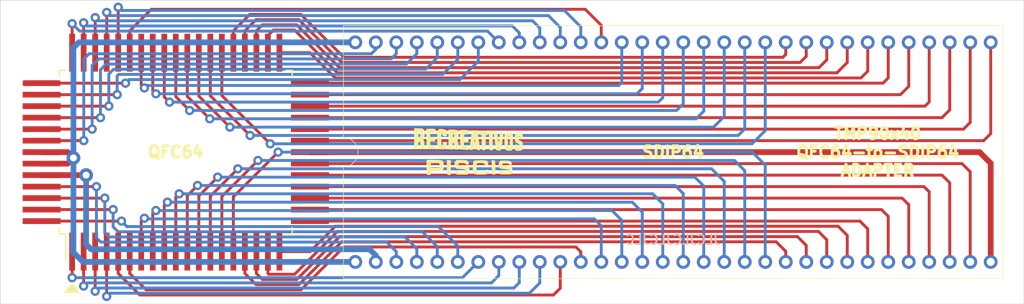
<source format=kicad_pcb>
(kicad_pcb (version 20171130) (host pcbnew "(5.1.10)-1")

  (general
    (thickness 1.6)
    (drawings 17)
    (tracks 427)
    (zones 0)
    (modules 3)
    (nets 63)
  )

  (page A4)
  (layers
    (0 F.Cu signal)
    (31 B.Cu signal)
    (32 B.Adhes user)
    (33 F.Adhes user)
    (34 B.Paste user)
    (35 F.Paste user)
    (36 B.SilkS user)
    (37 F.SilkS user)
    (38 B.Mask user)
    (39 F.Mask user)
    (40 Dwgs.User user)
    (41 Cmts.User user)
    (42 Eco1.User user)
    (43 Eco2.User user)
    (44 Edge.Cuts user)
    (45 Margin user)
    (46 B.CrtYd user)
    (47 F.CrtYd user)
    (48 B.Fab user)
    (49 F.Fab user)
  )

  (setup
    (last_trace_width 0.25)
    (trace_clearance 0.2)
    (zone_clearance 0.508)
    (zone_45_only no)
    (trace_min 0.2)
    (via_size 0.8)
    (via_drill 0.4)
    (via_min_size 0.4)
    (via_min_drill 0.3)
    (uvia_size 0.3)
    (uvia_drill 0.1)
    (uvias_allowed no)
    (uvia_min_size 0.2)
    (uvia_min_drill 0.1)
    (edge_width 0.05)
    (segment_width 0.2)
    (pcb_text_width 0.3)
    (pcb_text_size 1.5 1.5)
    (mod_edge_width 0.12)
    (mod_text_size 1 1)
    (mod_text_width 0.15)
    (pad_size 1.524 1.524)
    (pad_drill 0.762)
    (pad_to_mask_clearance 0)
    (aux_axis_origin 0 0)
    (visible_elements 7FFFFFFF)
    (pcbplotparams
      (layerselection 0x010fc_ffffffff)
      (usegerberextensions false)
      (usegerberattributes true)
      (usegerberadvancedattributes true)
      (creategerberjobfile true)
      (excludeedgelayer true)
      (linewidth 0.100000)
      (plotframeref false)
      (viasonmask false)
      (mode 1)
      (useauxorigin false)
      (hpglpennumber 1)
      (hpglpenspeed 20)
      (hpglpendiameter 15.000000)
      (psnegative false)
      (psa4output false)
      (plotreference true)
      (plotvalue true)
      (plotinvisibletext false)
      (padsonsilk false)
      (subtractmaskfromsilk false)
      (outputformat 1)
      (mirror false)
      (drillshape 0)
      (scaleselection 1)
      (outputdirectory "gerbers/"))
  )

  (net 0 "")
  (net 1 P54)
  (net 2 P55)
  (net 3 P60)
  (net 4 P61)
  (net 5 P62)
  (net 6 P63)
  (net 7 P70)
  (net 8 P71)
  (net 9 P72)
  (net 10 P73)
  (net 11 P80)
  (net 12 P81)
  (net 13 P82)
  (net 14 P83)
  (net 15 NMI)
  (net 16 RESET)
  (net 17 CLK)
  (net 18 D0)
  (net 19 D1)
  (net 20 D2)
  (net 21 D3)
  (net 22 D4)
  (net 23 D5)
  (net 24 D6)
  (net 25 D7)
  (net 26 GND)
  (net 27 X1)
  (net 28 X2)
  (net 29 A0)
  (net 30 A1)
  (net 31 A2)
  (net 32 A3)
  (net 33 A4)
  (net 34 A5)
  (net 35 A6)
  (net 36 A7)
  (net 37 A8)
  (net 38 A9)
  (net 39 A10)
  (net 40 A11)
  (net 41 A12)
  (net 42 A13)
  (net 43 A14)
  (net 44 A15)
  (net 45 A16)
  (net 46 A17)
  (net 47 A18)
  (net 48 A19)
  (net 49 EA)
  (net 50 P30)
  (net 51 P31)
  (net 52 P32)
  (net 53 P33)
  (net 54 P34)
  (net 55 P35)
  (net 56 P36)
  (net 57 P37)
  (net 58 VCC)
  (net 59 P50)
  (net 60 P51)
  (net 61 P52)
  (net 62 P53)

  (net_class Default "This is the default net class."
    (clearance 0.2)
    (trace_width 0.25)
    (via_dia 0.8)
    (via_drill 0.4)
    (uvia_dia 0.3)
    (uvia_drill 0.1)
    (add_net A0)
    (add_net A1)
    (add_net A10)
    (add_net A11)
    (add_net A12)
    (add_net A13)
    (add_net A14)
    (add_net A15)
    (add_net A16)
    (add_net A17)
    (add_net A18)
    (add_net A19)
    (add_net A2)
    (add_net A3)
    (add_net A4)
    (add_net A5)
    (add_net A6)
    (add_net A7)
    (add_net A8)
    (add_net A9)
    (add_net CLK)
    (add_net D0)
    (add_net D1)
    (add_net D2)
    (add_net D3)
    (add_net D4)
    (add_net D5)
    (add_net D6)
    (add_net D7)
    (add_net EA)
    (add_net NMI)
    (add_net P30)
    (add_net P31)
    (add_net P32)
    (add_net P33)
    (add_net P34)
    (add_net P35)
    (add_net P36)
    (add_net P37)
    (add_net P50)
    (add_net P51)
    (add_net P52)
    (add_net P53)
    (add_net P54)
    (add_net P55)
    (add_net P60)
    (add_net P61)
    (add_net P62)
    (add_net P63)
    (add_net P70)
    (add_net P71)
    (add_net P72)
    (add_net P73)
    (add_net P80)
    (add_net P81)
    (add_net P82)
    (add_net P83)
    (add_net RESET)
    (add_net X1)
    (add_net X2)
  )

  (net_class PWR ""
    (clearance 0.25)
    (trace_width 0.5)
    (via_dia 1.2)
    (via_drill 0.6)
    (uvia_dia 0.3)
    (uvia_drill 0.2)
    (diff_pair_width 0.2)
    (diff_pair_gap 0.4)
    (add_net GND)
    (add_net VCC)
  )

  (module nmk:PQFP-64_20x14mm_P1mm (layer F.Cu) (tedit 654E7730) (tstamp 6507A88F)
    (at 109.22 101.6 90)
    (descr "PQFP, 64 Pin")
    (tags "PQFP QFP")
    (path /650F69B9)
    (attr smd)
    (fp_text reference U1 (at 0 -14.5 90) (layer F.SilkS) hide
      (effects (font (size 1 1) (thickness 0.15)))
    )
    (fp_text value TMP90C840AF (at 0 14.5 90) (layer F.Fab)
      (effects (font (size 1 1) (thickness 0.15)))
    )
    (fp_line (start 10.5 9.55) (end 10.5 0) (layer F.CrtYd) (width 0.05))
    (fp_line (start 7.25 9.55) (end 10.5 9.55) (layer F.CrtYd) (width 0.05))
    (fp_line (start 7.25 10.25) (end 7.25 9.55) (layer F.CrtYd) (width 0.05))
    (fp_line (start 6.55 10.25) (end 7.25 10.25) (layer F.CrtYd) (width 0.05))
    (fp_line (start 6.55 13.5) (end 6.55 10.25) (layer F.CrtYd) (width 0.05))
    (fp_line (start 0 13.5) (end 6.55 13.5) (layer F.CrtYd) (width 0.05))
    (fp_line (start -10.5 9.55) (end -10.5 0) (layer F.CrtYd) (width 0.05))
    (fp_line (start -7.25 9.55) (end -10.5 9.55) (layer F.CrtYd) (width 0.05))
    (fp_line (start -7.25 10.25) (end -7.25 9.55) (layer F.CrtYd) (width 0.05))
    (fp_line (start -6.55 10.25) (end -7.25 10.25) (layer F.CrtYd) (width 0.05))
    (fp_line (start -6.55 13.5) (end -6.55 10.25) (layer F.CrtYd) (width 0.05))
    (fp_line (start 0 13.5) (end -6.55 13.5) (layer F.CrtYd) (width 0.05))
    (fp_line (start 10.5 -9.55) (end 10.5 0) (layer F.CrtYd) (width 0.05))
    (fp_line (start 7.25 -9.55) (end 10.5 -9.55) (layer F.CrtYd) (width 0.05))
    (fp_line (start 7.25 -10.25) (end 7.25 -9.55) (layer F.CrtYd) (width 0.05))
    (fp_line (start 6.55 -10.25) (end 7.25 -10.25) (layer F.CrtYd) (width 0.05))
    (fp_line (start 6.55 -13.5) (end 6.55 -10.25) (layer F.CrtYd) (width 0.05))
    (fp_line (start 0 -13.5) (end 6.55 -13.5) (layer F.CrtYd) (width 0.05))
    (fp_line (start -10.5 -9.55) (end -10.5 0) (layer F.CrtYd) (width 0.05))
    (fp_line (start -7.25 -9.55) (end -10.5 -9.55) (layer F.CrtYd) (width 0.05))
    (fp_line (start -7.25 -10.25) (end -7.25 -9.55) (layer F.CrtYd) (width 0.05))
    (fp_line (start -6.55 -10.25) (end -7.25 -10.25) (layer F.CrtYd) (width 0.05))
    (fp_line (start -6.55 -13.5) (end -6.55 -10.25) (layer F.CrtYd) (width 0.05))
    (fp_line (start 0 -13.5) (end -6.55 -13.5) (layer F.CrtYd) (width 0.05))
    (fp_line (start -7 -9) (end -6 -10) (layer F.Fab) (width 0.1))
    (fp_line (start -7 10) (end -7 -9) (layer F.Fab) (width 0.1))
    (fp_line (start 7 10) (end -7 10) (layer F.Fab) (width 0.1))
    (fp_line (start 7 -10) (end 7 10) (layer F.Fab) (width 0.1))
    (fp_line (start -6 -10) (end 7 -10) (layer F.Fab) (width 0.1))
    (fp_line (start -7.11 -9.56) (end -9.45 -9.56) (layer F.SilkS) (width 0.12))
    (fp_line (start -7.11 -10.11) (end -7.11 -9.56) (layer F.SilkS) (width 0.12))
    (fp_line (start -6.56 -10.11) (end -7.11 -10.11) (layer F.SilkS) (width 0.12))
    (fp_line (start 7.11 -10.11) (end 7.11 -9.56) (layer F.SilkS) (width 0.12))
    (fp_line (start 6.56 -10.11) (end 7.11 -10.11) (layer F.SilkS) (width 0.12))
    (fp_line (start -7.11 10.11) (end -7.11 9.56) (layer F.SilkS) (width 0.12))
    (fp_line (start -6.56 10.11) (end -7.11 10.11) (layer F.SilkS) (width 0.12))
    (fp_line (start 7.11 10.11) (end 7.11 9.56) (layer F.SilkS) (width 0.12))
    (fp_line (start 6.56 10.11) (end 7.11 10.11) (layer F.SilkS) (width 0.12))
    (fp_text user %R (at 0 0 90) (layer F.Fab)
      (effects (font (size 1 1) (thickness 0.15)))
    )
    (pad 64 smd rect (at -6 -11.65 90) (size 0.5 3.3) (layers F.Cu F.Paste F.Mask)
      (net 62 P53))
    (pad 63 smd rect (at -5 -11.65 90) (size 0.5 3.3) (layers F.Cu F.Paste F.Mask)
      (net 61 P52))
    (pad 62 smd rect (at -4 -11.65 90) (size 0.5 3.3) (layers F.Cu F.Paste F.Mask)
      (net 60 P51))
    (pad 61 smd rect (at -3 -11.65 90) (size 0.5 3.3) (layers F.Cu F.Paste F.Mask)
      (net 59 P50))
    (pad 60 smd rect (at -2 -11.65 90) (size 0.5 3.3) (layers F.Cu F.Paste F.Mask)
      (net 26 GND))
    (pad 59 smd rect (at -1 -11.65 90) (size 0.5 3.3) (layers F.Cu F.Paste F.Mask)
      (net 58 VCC))
    (pad 58 smd rect (at 0 -11.65 90) (size 0.5 3.3) (layers F.Cu F.Paste F.Mask)
      (net 58 VCC))
    (pad 57 smd rect (at 1 -11.65 90) (size 0.5 3.3) (layers F.Cu F.Paste F.Mask)
      (net 57 P37))
    (pad 56 smd rect (at 2 -11.65 90) (size 0.5 3.3) (layers F.Cu F.Paste F.Mask)
      (net 56 P36))
    (pad 55 smd rect (at 3 -11.65 90) (size 0.5 3.3) (layers F.Cu F.Paste F.Mask)
      (net 55 P35))
    (pad 54 smd rect (at 4 -11.65 90) (size 0.5 3.3) (layers F.Cu F.Paste F.Mask)
      (net 54 P34))
    (pad 53 smd rect (at 5 -11.65 90) (size 0.5 3.3) (layers F.Cu F.Paste F.Mask)
      (net 53 P33))
    (pad 52 smd roundrect (at 6 -11.65 90) (size 0.5 3.3) (layers F.Cu F.Paste F.Mask) (roundrect_rratio 0.25)
      (net 52 P32))
    (pad 48 smd rect (at 8.65 -6 90) (size 3.3 0.5) (layers F.Cu F.Paste F.Mask)
      (net 48 A19))
    (pad 47 smd rect (at 8.65 -5 90) (size 3.3 0.5) (layers F.Cu F.Paste F.Mask)
      (net 47 A18))
    (pad 46 smd rect (at 8.65 -4 90) (size 3.3 0.5) (layers F.Cu F.Paste F.Mask)
      (net 46 A17))
    (pad 45 smd rect (at 8.65 -3 90) (size 3.3 0.5) (layers F.Cu F.Paste F.Mask)
      (net 45 A16))
    (pad 44 smd rect (at 8.65 -2 90) (size 3.3 0.5) (layers F.Cu F.Paste F.Mask)
      (net 44 A15))
    (pad 43 smd rect (at 8.65 -1 90) (size 3.3 0.5) (layers F.Cu F.Paste F.Mask)
      (net 43 A14))
    (pad 42 smd rect (at 8.65 0 90) (size 3.3 0.5) (layers F.Cu F.Paste F.Mask)
      (net 42 A13))
    (pad 41 smd rect (at 8.65 1 90) (size 3.3 0.5) (layers F.Cu F.Paste F.Mask)
      (net 41 A12))
    (pad 40 smd rect (at 8.65 2 90) (size 3.3 0.5) (layers F.Cu F.Paste F.Mask)
      (net 40 A11))
    (pad 39 smd rect (at 8.65 3 90) (size 3.3 0.5) (layers F.Cu F.Paste F.Mask)
      (net 39 A10))
    (pad 38 smd rect (at 8.65 4 90) (size 3.3 0.5) (layers F.Cu F.Paste F.Mask)
      (net 38 A9))
    (pad 37 smd rect (at 8.65 5 90) (size 3.3 0.5) (layers F.Cu F.Paste F.Mask)
      (net 37 A8))
    (pad 36 smd rect (at 8.65 6 90) (size 3.3 0.5) (layers F.Cu F.Paste F.Mask)
      (net 36 A7))
    (pad 32 smd rect (at 6 11.65 90) (size 0.5 3.3) (layers F.Cu F.Paste F.Mask)
      (net 32 A3))
    (pad 31 smd rect (at 5 11.65 90) (size 0.5 3.3) (layers F.Cu F.Paste F.Mask)
      (net 31 A2))
    (pad 30 smd rect (at 4 11.65 90) (size 0.5 3.3) (layers F.Cu F.Paste F.Mask)
      (net 30 A1))
    (pad 29 smd rect (at 3 11.65 90) (size 0.5 3.3) (layers F.Cu F.Paste F.Mask)
      (net 29 A0))
    (pad 28 smd rect (at 2 11.65 90) (size 0.5 3.3) (layers F.Cu F.Paste F.Mask)
      (net 28 X2))
    (pad 27 smd rect (at 1 11.65 90) (size 0.5 3.3) (layers F.Cu F.Paste F.Mask)
      (net 27 X1))
    (pad 26 smd rect (at 0 11.65 90) (size 0.5 3.3) (layers F.Cu F.Paste F.Mask)
      (net 26 GND))
    (pad 25 smd rect (at -1 11.65 90) (size 0.5 3.3) (layers F.Cu F.Paste F.Mask)
      (net 25 D7))
    (pad 24 smd rect (at -2 11.65 90) (size 0.5 3.3) (layers F.Cu F.Paste F.Mask)
      (net 24 D6))
    (pad 23 smd rect (at -3 11.65 90) (size 0.5 3.3) (layers F.Cu F.Paste F.Mask)
      (net 23 D5))
    (pad 22 smd rect (at -4 11.65 90) (size 0.5 3.3) (layers F.Cu F.Paste F.Mask)
      (net 22 D4))
    (pad 21 smd rect (at -5 11.65 90) (size 0.5 3.3) (layers F.Cu F.Paste F.Mask)
      (net 21 D3))
    (pad 20 smd rect (at -6 11.65 90) (size 0.5 3.3) (layers F.Cu F.Paste F.Mask)
      (net 20 D2))
    (pad 16 smd rect (at -8.65 6 90) (size 3.3 0.5) (layers F.Cu F.Paste F.Mask)
      (net 16 RESET))
    (pad 15 smd rect (at -8.65 5 90) (size 3.3 0.5) (layers F.Cu F.Paste F.Mask)
      (net 15 NMI))
    (pad 14 smd rect (at -8.65 4 90) (size 3.3 0.5) (layers F.Cu F.Paste F.Mask)
      (net 14 P83))
    (pad 13 smd rect (at -8.65 3 90) (size 3.3 0.5) (layers F.Cu F.Paste F.Mask)
      (net 13 P82))
    (pad 12 smd rect (at -8.65 2 90) (size 3.3 0.5) (layers F.Cu F.Paste F.Mask)
      (net 12 P81))
    (pad 11 smd rect (at -8.65 1 90) (size 3.3 0.5) (layers F.Cu F.Paste F.Mask)
      (net 11 P80))
    (pad 10 smd rect (at -8.65 0 90) (size 3.3 0.5) (layers F.Cu F.Paste F.Mask)
      (net 10 P73))
    (pad 9 smd rect (at -8.65 -1 90) (size 3.3 0.5) (layers F.Cu F.Paste F.Mask)
      (net 9 P72))
    (pad 8 smd rect (at -8.65 -2 90) (size 3.3 0.5) (layers F.Cu F.Paste F.Mask)
      (net 8 P71))
    (pad 7 smd rect (at -8.65 -3 90) (size 3.3 0.5) (layers F.Cu F.Paste F.Mask)
      (net 7 P70))
    (pad 6 smd rect (at -8.65 -4 90) (size 3.3 0.5) (layers F.Cu F.Paste F.Mask)
      (net 6 P63))
    (pad 5 smd rect (at -8.65 -5 90) (size 3.3 0.5) (layers F.Cu F.Paste F.Mask)
      (net 5 P62))
    (pad 4 smd rect (at -8.65 -6 90) (size 3.3 0.5) (layers F.Cu F.Paste F.Mask)
      (net 4 P61))
    (pad 3 smd rect (at -8.65 -7 90) (size 3.3 0.5) (layers F.Cu F.Paste F.Mask)
      (net 3 P60))
    (pad 1 smd rect (at -8.65 -9 90) (size 3.3 0.5) (layers F.Cu F.Paste F.Mask)
      (net 1 P54))
    (pad 2 smd rect (at -8.65 -8 90) (size 3.3 0.5) (layers F.Cu F.Paste F.Mask)
      (net 2 P55))
    (pad 17 smd rect (at -8.65 7 90) (size 3.3 0.5) (layers F.Cu F.Paste F.Mask)
      (net 17 CLK))
    (pad 18 smd rect (at -8.65 8 90) (size 3.3 0.5) (layers F.Cu F.Paste F.Mask)
      (net 18 D0))
    (pad 19 smd rect (at -8.65 9 90) (size 3.3 0.5) (layers F.Cu F.Paste F.Mask)
      (net 19 D1))
    (pad 50 smd rect (at 8.65 -8 90) (size 3.3 0.5) (layers F.Cu F.Paste F.Mask)
      (net 50 P30))
    (pad 49 smd rect (at 8.65 -7 90) (size 3.3 0.5) (layers F.Cu F.Paste F.Mask)
      (net 49 EA))
    (pad 51 smd rect (at 8.65 -9 90) (size 3.3 0.5) (layers F.Cu F.Paste F.Mask)
      (net 51 P31))
    (pad 34 smd rect (at 8.65 8 90) (size 3.3 0.5) (layers F.Cu F.Paste F.Mask)
      (net 34 A5))
    (pad 35 smd rect (at 8.65 7 90) (size 3.3 0.5) (layers F.Cu F.Paste F.Mask)
      (net 35 A6))
    (pad 33 smd rect (at 8.65 9 90) (size 3.3 0.5) (layers F.Cu F.Paste F.Mask)
      (net 33 A4))
  )

  (module Package_DIP:SDIP-64_W19.05mm_no_silk (layer F.Cu) (tedit 633A026C) (tstamp 6507AFBA)
    (at 152.4 101.6)
    (descr "64-lead though-hole mounted SDIP package, row spacing 19.05 mm (750 mils)")
    (tags "THT SDIP SDIL SPDIP 1.778mm 19.05mm 7500mil")
    (path /650F57A5)
    (fp_text reference U2 (at 0 -1.5) (layer F.SilkS) hide
      (effects (font (size 1.2 1.2) (thickness 0.3)))
    )
    (fp_text value TMP90C840AN (at 0 1.5) (layer F.SilkS) hide
      (effects (font (size 1.2 1.2) (thickness 0.3)))
    )
    (pad 1 thru_hole circle (at -27.59 9.5504) (size 1.2 1.2) (drill 0.7) (layers *.Cu *.Mask)
      (net 58 VCC))
    (pad 2 thru_hole circle (at -25.81 9.5504) (size 1.2 1.2) (drill 0.7) (layers *.Cu *.Mask)
      (net 26 GND))
    (pad 3 thru_hole circle (at -24.03 9.5504) (size 1.2 1.2) (drill 0.7) (layers *.Cu *.Mask)
      (net 59 P50))
    (pad 4 thru_hole circle (at -22.25 9.5504) (size 1.2 1.2) (drill 0.7) (layers *.Cu *.Mask)
      (net 60 P51))
    (pad 5 thru_hole circle (at -20.47 9.5504) (size 1.2 1.2) (drill 0.7) (layers *.Cu *.Mask)
      (net 61 P52))
    (pad 6 thru_hole circle (at -18.69 9.5504) (size 1.2 1.2) (drill 0.7) (layers *.Cu *.Mask)
      (net 62 P53))
    (pad 7 thru_hole circle (at -16.91 9.5504) (size 1.2 1.2) (drill 0.7) (layers *.Cu *.Mask)
      (net 1 P54))
    (pad 8 thru_hole circle (at -15.13 9.5504) (size 1.2 1.2) (drill 0.7) (layers *.Cu *.Mask)
      (net 2 P55))
    (pad 9 thru_hole circle (at -13.35 9.5504) (size 1.2 1.2) (drill 0.7) (layers *.Cu *.Mask)
      (net 3 P60))
    (pad 10 thru_hole circle (at -11.57 9.5504) (size 1.2 1.2) (drill 0.7) (layers *.Cu *.Mask)
      (net 4 P61))
    (pad 11 thru_hole circle (at -9.79 9.5504) (size 1.2 1.2) (drill 0.7) (layers *.Cu *.Mask)
      (net 5 P62))
    (pad 12 thru_hole circle (at -8.01 9.5504) (size 1.2 1.2) (drill 0.7) (layers *.Cu *.Mask)
      (net 6 P63))
    (pad 13 thru_hole circle (at -6.23 9.5504) (size 1.2 1.2) (drill 0.7) (layers *.Cu *.Mask)
      (net 7 P70))
    (pad 14 thru_hole circle (at -4.45 9.5504) (size 1.2 1.2) (drill 0.7) (layers *.Cu *.Mask)
      (net 8 P71))
    (pad 15 thru_hole circle (at -2.67 9.5504) (size 1.2 1.2) (drill 0.7) (layers *.Cu *.Mask)
      (net 9 P72))
    (pad 16 thru_hole circle (at -0.89 9.5504) (size 1.2 1.2) (drill 0.7) (layers *.Cu *.Mask)
      (net 10 P73))
    (pad 17 thru_hole circle (at 0.89 9.5504) (size 1.2 1.2) (drill 0.7) (layers *.Cu *.Mask)
      (net 11 P80))
    (pad 18 thru_hole circle (at 2.67 9.5504) (size 1.2 1.2) (drill 0.7) (layers *.Cu *.Mask)
      (net 12 P81))
    (pad 19 thru_hole circle (at 4.45 9.5504) (size 1.2 1.2) (drill 0.7) (layers *.Cu *.Mask)
      (net 13 P82))
    (pad 20 thru_hole circle (at 6.23 9.5504) (size 1.2 1.2) (drill 0.7) (layers *.Cu *.Mask)
      (net 14 P83))
    (pad 21 thru_hole circle (at 8.01 9.5504) (size 1.2 1.2) (drill 0.7) (layers *.Cu *.Mask)
      (net 15 NMI))
    (pad 22 thru_hole circle (at 9.79 9.5504) (size 1.2 1.2) (drill 0.7) (layers *.Cu *.Mask)
      (net 16 RESET))
    (pad 23 thru_hole circle (at 11.57 9.5504) (size 1.2 1.2) (drill 0.7) (layers *.Cu *.Mask)
      (net 17 CLK))
    (pad 24 thru_hole circle (at 13.35 9.5504) (size 1.2 1.2) (drill 0.7) (layers *.Cu *.Mask)
      (net 18 D0))
    (pad 25 thru_hole circle (at 15.13 9.5504) (size 1.2 1.2) (drill 0.7) (layers *.Cu *.Mask)
      (net 19 D1))
    (pad 26 thru_hole circle (at 16.91 9.5504) (size 1.2 1.2) (drill 0.7) (layers *.Cu *.Mask)
      (net 20 D2))
    (pad 27 thru_hole circle (at 18.69 9.5504) (size 1.2 1.2) (drill 0.7) (layers *.Cu *.Mask)
      (net 21 D3))
    (pad 28 thru_hole circle (at 20.47 9.5504) (size 1.2 1.2) (drill 0.7) (layers *.Cu *.Mask)
      (net 22 D4))
    (pad 29 thru_hole circle (at 22.25 9.5504) (size 1.2 1.2) (drill 0.7) (layers *.Cu *.Mask)
      (net 23 D5))
    (pad 30 thru_hole circle (at 24.03 9.5504) (size 1.2 1.2) (drill 0.7) (layers *.Cu *.Mask)
      (net 24 D6))
    (pad 31 thru_hole circle (at 25.81 9.5504) (size 1.2 1.2) (drill 0.7) (layers *.Cu *.Mask)
      (net 25 D7))
    (pad 32 thru_hole circle (at 27.59 9.5504) (size 1.2 1.2) (drill 0.7) (layers *.Cu *.Mask)
      (net 26 GND))
    (pad 33 thru_hole circle (at 27.59 -9.5504) (size 1.2 1.2) (drill 0.7) (layers *.Cu *.Mask)
      (net 27 X1))
    (pad 34 thru_hole circle (at 25.81 -9.5504) (size 1.2 1.2) (drill 0.7) (layers *.Cu *.Mask)
      (net 28 X2))
    (pad 35 thru_hole circle (at 24.03 -9.5504) (size 1.2 1.2) (drill 0.7) (layers *.Cu *.Mask)
      (net 29 A0))
    (pad 36 thru_hole circle (at 22.25 -9.5504) (size 1.2 1.2) (drill 0.7) (layers *.Cu *.Mask)
      (net 30 A1))
    (pad 37 thru_hole circle (at 20.47 -9.5504) (size 1.2 1.2) (drill 0.7) (layers *.Cu *.Mask)
      (net 31 A2))
    (pad 38 thru_hole circle (at 18.69 -9.5504) (size 1.2 1.2) (drill 0.7) (layers *.Cu *.Mask)
      (net 32 A3))
    (pad 39 thru_hole circle (at 16.91 -9.5504) (size 1.2 1.2) (drill 0.7) (layers *.Cu *.Mask)
      (net 33 A4))
    (pad 40 thru_hole circle (at 15.13 -9.5504) (size 1.2 1.2) (drill 0.7) (layers *.Cu *.Mask)
      (net 34 A5))
    (pad 41 thru_hole circle (at 13.35 -9.5504) (size 1.2 1.2) (drill 0.7) (layers *.Cu *.Mask)
      (net 35 A6))
    (pad 42 thru_hole circle (at 11.57 -9.5504) (size 1.2 1.2) (drill 0.7) (layers *.Cu *.Mask)
      (net 36 A7))
    (pad 43 thru_hole circle (at 9.79 -9.5504) (size 1.2 1.2) (drill 0.7) (layers *.Cu *.Mask)
      (net 37 A8))
    (pad 44 thru_hole circle (at 8.01 -9.5504) (size 1.2 1.2) (drill 0.7) (layers *.Cu *.Mask)
      (net 38 A9))
    (pad 45 thru_hole circle (at 6.23 -9.5504) (size 1.2 1.2) (drill 0.7) (layers *.Cu *.Mask)
      (net 39 A10))
    (pad 46 thru_hole circle (at 4.45 -9.5504) (size 1.2 1.2) (drill 0.7) (layers *.Cu *.Mask)
      (net 40 A11))
    (pad 47 thru_hole circle (at 2.67 -9.5504) (size 1.2 1.2) (drill 0.7) (layers *.Cu *.Mask)
      (net 41 A12))
    (pad 48 thru_hole circle (at 0.89 -9.5504) (size 1.2 1.2) (drill 0.7) (layers *.Cu *.Mask)
      (net 42 A13))
    (pad 49 thru_hole circle (at -0.89 -9.5504) (size 1.2 1.2) (drill 0.7) (layers *.Cu *.Mask)
      (net 43 A14))
    (pad 50 thru_hole circle (at -2.67 -9.5504) (size 1.2 1.2) (drill 0.7) (layers *.Cu *.Mask)
      (net 44 A15))
    (pad 51 thru_hole circle (at -4.45 -9.5504) (size 1.2 1.2) (drill 0.7) (layers *.Cu *.Mask)
      (net 45 A16))
    (pad 52 thru_hole circle (at -6.23 -9.5504) (size 1.2 1.2) (drill 0.7) (layers *.Cu *.Mask)
      (net 46 A17))
    (pad 53 thru_hole circle (at -8.01 -9.5504) (size 1.2 1.2) (drill 0.7) (layers *.Cu *.Mask)
      (net 47 A18))
    (pad 54 thru_hole circle (at -9.79 -9.5504) (size 1.2 1.2) (drill 0.7) (layers *.Cu *.Mask)
      (net 48 A19))
    (pad 55 thru_hole circle (at -11.57 -9.5504) (size 1.2 1.2) (drill 0.7) (layers *.Cu *.Mask)
      (net 49 EA))
    (pad 56 thru_hole circle (at -13.35 -9.5504) (size 1.2 1.2) (drill 0.7) (layers *.Cu *.Mask)
      (net 50 P30))
    (pad 57 thru_hole circle (at -15.13 -9.5504) (size 1.2 1.2) (drill 0.7) (layers *.Cu *.Mask)
      (net 51 P31))
    (pad 58 thru_hole circle (at -16.91 -9.5504) (size 1.2 1.2) (drill 0.7) (layers *.Cu *.Mask)
      (net 52 P32))
    (pad 59 thru_hole circle (at -18.69 -9.5504) (size 1.2 1.2) (drill 0.7) (layers *.Cu *.Mask)
      (net 53 P33))
    (pad 60 thru_hole circle (at -20.47 -9.5504) (size 1.2 1.2) (drill 0.7) (layers *.Cu *.Mask)
      (net 54 P34))
    (pad 61 thru_hole circle (at -22.25 -9.5504) (size 1.2 1.2) (drill 0.7) (layers *.Cu *.Mask)
      (net 55 P35))
    (pad 62 thru_hole circle (at -24.03 -9.5504) (size 1.2 1.2) (drill 0.7) (layers *.Cu *.Mask)
      (net 56 P36))
    (pad 63 thru_hole circle (at -25.81 -9.5504) (size 1.2 1.2) (drill 0.7) (layers *.Cu *.Mask)
      (net 57 P37))
    (pad 64 thru_hole circle (at -27.59 -9.5504) (size 1.2 1.2) (drill 0.7) (layers *.Cu *.Mask)
      (net 58 VCC))
  )

  (module nmk:recre_piscis_10mm (layer F.Cu) (tedit 0) (tstamp 6507D87E)
    (at 134.62 101.6)
    (path /65103939)
    (fp_text reference L1 (at 0 0) (layer F.SilkS) hide
      (effects (font (size 1.524 1.524) (thickness 0.3)))
    )
    (fp_text value RECRE-PISCIS-LOGO-10mm (at 0.75 0) (layer F.SilkS) hide
      (effects (font (size 1.524 1.524) (thickness 0.3)))
    )
    (fp_poly (pts (xy -3.036164 0.667356) (xy -2.87025 0.672765) (xy -2.707542 0.680751) (xy -2.557362 0.691)
      (xy -2.429033 0.703198) (xy -2.331878 0.717031) (xy -2.275217 0.732187) (xy -2.271345 0.734218)
      (xy -2.208399 0.786887) (xy -2.165785 0.863106) (xy -2.140806 0.97135) (xy -2.130762 1.120096)
      (xy -2.130262 1.177396) (xy -2.139098 1.348746) (xy -2.166249 1.474857) (xy -2.213577 1.560782)
      (xy -2.282947 1.611575) (xy -2.291636 1.615095) (xy -2.340583 1.623898) (xy -2.431483 1.631425)
      (xy -2.553377 1.63709) (xy -2.695305 1.640309) (xy -2.773233 1.640822) (xy -2.917722 1.642185)
      (xy -3.044463 1.645681) (xy -3.143585 1.650859) (xy -3.205218 1.657266) (xy -3.21971 1.661243)
      (xy -3.238615 1.697027) (xy -3.253633 1.767679) (xy -3.259398 1.826202) (xy -3.267604 1.971146)
      (xy -3.429068 1.978922) (xy -3.590532 1.986697) (xy -3.604831 1.780484) (xy -3.61021 1.679295)
      (xy -3.615313 1.540755) (xy -3.619675 1.38043) (xy -3.62255 1.228826) (xy -3.251248 1.228826)
      (xy -3.2488 1.303974) (xy -3.243338 1.339973) (xy -3.22521 1.355209) (xy -3.179841 1.365725)
      (xy -3.100244 1.372197) (xy -2.979428 1.375301) (xy -2.872491 1.375833) (xy -2.727651 1.375232)
      (xy -2.626802 1.372636) (xy -2.561022 1.366858) (xy -2.521392 1.356711) (xy -2.49899 1.341008)
      (xy -2.488014 1.324656) (xy -2.464445 1.241905) (xy -2.463356 1.142283) (xy -2.483256 1.050819)
      (xy -2.506927 1.007368) (xy -2.529012 0.984151) (xy -2.556973 0.968601) (xy -2.600482 0.959498)
      (xy -2.669216 0.955622) (xy -2.772848 0.955751) (xy -2.897188 0.958135) (xy -3.241146 0.965729)
      (xy -3.249122 1.134921) (xy -3.251248 1.228826) (xy -3.62255 1.228826) (xy -3.622834 1.213885)
      (xy -3.623657 1.14897) (xy -3.624635 0.984706) (xy -3.623128 0.865555) (xy -3.618525 0.783748)
      (xy -3.610216 0.731514) (xy -3.597587 0.701082) (xy -3.587537 0.689936) (xy -3.54543 0.677758)
      (xy -3.459917 0.669724) (xy -3.34032 0.665522) (xy -3.195961 0.664837) (xy -3.036164 0.667356)) (layer F.SilkS) (width 0.01))
    (fp_poly (pts (xy -1.604602 0.68998) (xy -1.55467 0.69928) (xy -1.530491 0.720486) (xy -1.520997 0.747448)
      (xy -1.517042 0.790696) (xy -1.51418 0.878238) (xy -1.512506 1.001458) (xy -1.512115 1.151743)
      (xy -1.513103 1.320478) (xy -1.513879 1.389062) (xy -1.521354 1.971146) (xy -1.65381 1.978919)
      (xy -1.747596 1.977121) (xy -1.809305 1.960961) (xy -1.819175 1.953784) (xy -1.830555 1.926937)
      (xy -1.839261 1.868913) (xy -1.845527 1.775102) (xy -1.849586 1.640894) (xy -1.851672 1.46168)
      (xy -1.852083 1.304396) (xy -1.852083 0.687917) (xy -1.693838 0.687917) (xy -1.604602 0.68998)) (layer F.SilkS) (width 0.01))
    (fp_poly (pts (xy -0.575832 0.692248) (xy -0.409281 0.696498) (xy -0.286913 0.701993) (xy -0.199996 0.70973)
      (xy -0.139798 0.720709) (xy -0.097587 0.735927) (xy -0.074097 0.749615) (xy -0.011796 0.815393)
      (xy 0.031163 0.904259) (xy 0.045769 0.993914) (xy 0.039819 1.031459) (xy 0.002743 1.072185)
      (xy -0.062287 1.088375) (xy -0.136576 1.080468) (xy -0.201427 1.048904) (xy -0.223866 1.02526)
      (xy -0.247885 0.997705) (xy -0.281152 0.97952) (xy -0.334932 0.968186) (xy -0.420487 0.961179)
      (xy -0.53052 0.956607) (xy -0.678536 0.954801) (xy -0.777469 0.961493) (xy -0.830507 0.976928)
      (xy -0.834321 0.979691) (xy -0.867237 1.034062) (xy -0.868509 1.099448) (xy -0.839153 1.151454)
      (xy -0.826823 1.159673) (xy -0.784121 1.169729) (xy -0.699902 1.180443) (xy -0.585535 1.190659)
      (xy -0.452388 1.199222) (xy -0.423333 1.200691) (xy -0.066146 1.217882) (xy 0.019844 1.309698)
      (xy 0.06564 1.36284) (xy 0.091455 1.411245) (xy 0.102954 1.473127) (xy 0.105802 1.566704)
      (xy 0.105833 1.586191) (xy 0.103636 1.687713) (xy 0.09339 1.754949) (xy 0.069616 1.806467)
      (xy 0.026831 1.860835) (xy 0.023717 1.864392) (xy -0.058399 1.957917) (xy -0.52834 1.957917)
      (xy -0.698911 1.957451) (xy -0.824889 1.955516) (xy -0.914595 1.951305) (xy -0.976346 1.94401)
      (xy -1.018464 1.932823) (xy -1.049268 1.916938) (xy -1.064413 1.905897) (xy -1.135008 1.825519)
      (xy -1.178709 1.726313) (xy -1.18618 1.636314) (xy -1.174794 1.59939) (xy -1.144804 1.579244)
      (xy -1.082286 1.569277) (xy -1.038362 1.566269) (xy -0.956009 1.563857) (xy -0.910378 1.572704)
      (xy -0.885556 1.598634) (xy -0.873332 1.626643) (xy -0.847336 1.695018) (xy -0.536116 1.687561)
      (xy -0.40375 1.683942) (xy -0.315139 1.679316) (xy -0.261132 1.671726) (xy -0.232576 1.659213)
      (xy -0.220319 1.639818) (xy -0.21625 1.619116) (xy -0.21421 1.571269) (xy -0.228286 1.535948)
      (xy -0.265411 1.510668) (xy -0.332517 1.492945) (xy -0.436537 1.480292) (xy -0.584402 1.470225)
      (xy -0.639833 1.467261) (xy -0.788025 1.459148) (xy -0.893388 1.451269) (xy -0.96596 1.441581)
      (xy -1.015779 1.428042) (xy -1.052884 1.408609) (xy -1.087314 1.381239) (xy -1.094684 1.374702)
      (xy -1.135907 1.334206) (xy -1.16124 1.293502) (xy -1.175434 1.237722) (xy -1.183238 1.152001)
      (xy -1.186498 1.087385) (xy -1.196215 0.873423) (xy -1.006143 0.683351) (xy -0.575832 0.692248)) (layer F.SilkS) (width 0.01))
    (fp_poly (pts (xy 1.259955 0.715513) (xy 1.407832 0.720472) (xy 1.516955 0.731569) (xy 1.594395 0.751121)
      (xy 1.647223 0.781444) (xy 1.682511 0.824856) (xy 1.707329 0.883674) (xy 1.720524 0.928761)
      (xy 1.739612 1.031798) (xy 1.727375 1.096408) (xy 1.680116 1.129291) (xy 1.605561 1.137303)
      (xy 1.512549 1.130865) (xy 1.457164 1.107944) (xy 1.425032 1.061847) (xy 1.420883 1.051321)
      (xy 1.388524 1.008147) (xy 1.324511 0.978373) (xy 1.22266 0.960485) (xy 1.076784 0.952965)
      (xy 1.017854 0.9525) (xy 0.897932 0.953772) (xy 0.814675 0.963034) (xy 0.761392 0.988449)
      (xy 0.731395 1.038182) (xy 0.717993 1.120399) (xy 0.714498 1.243265) (xy 0.714375 1.322917)
      (xy 0.715023 1.46933) (xy 0.722368 1.570998) (xy 0.744512 1.636071) (xy 0.789557 1.672703)
      (xy 0.865605 1.689045) (xy 0.980758 1.693248) (xy 1.082512 1.693333) (xy 1.395872 1.693333)
      (xy 1.42875 1.613958) (xy 1.452079 1.567807) (xy 1.48343 1.544185) (xy 1.539292 1.53562)
      (xy 1.603939 1.534583) (xy 1.74625 1.534583) (xy 1.74625 1.647759) (xy 1.721844 1.779986)
      (xy 1.651924 1.890461) (xy 1.615172 1.924002) (xy 1.576742 1.937208) (xy 1.497372 1.946874)
      (xy 1.37366 1.953217) (xy 1.202201 1.956455) (xy 1.098021 1.956976) (xy 0.924895 1.956721)
      (xy 0.79611 1.954823) (xy 0.7031 1.950506) (xy 0.637296 1.942996) (xy 0.590131 1.931517)
      (xy 0.553036 1.915295) (xy 0.537405 1.906277) (xy 0.487087 1.866653) (xy 0.449926 1.812755)
      (xy 0.42413 1.736874) (xy 0.407909 1.6313) (xy 0.39947 1.488324) (xy 0.397022 1.302223)
      (xy 0.400409 1.114326) (xy 0.411782 0.972181) (xy 0.432693 0.869017) (xy 0.464694 0.798061)
      (xy 0.509337 0.752543) (xy 0.525187 0.742963) (xy 0.572563 0.73225) (xy 0.666962 0.72377)
      (xy 0.802524 0.717834) (xy 0.973393 0.714751) (xy 1.066255 0.714375) (xy 1.259955 0.715513)) (layer F.SilkS) (width 0.01))
    (fp_poly (pts (xy 2.171989 0.719461) (xy 2.315104 0.727604) (xy 2.335563 0.912812) (xy 2.342337 1.005973)
      (xy 2.347159 1.137196) (xy 2.349706 1.291649) (xy 2.349657 1.454503) (xy 2.348792 1.521354)
      (xy 2.341562 1.944687) (xy 2.218282 1.952654) (xy 2.141717 1.95199) (xy 2.089103 1.941179)
      (xy 2.078062 1.933211) (xy 2.07249 1.899844) (xy 2.066231 1.821488) (xy 2.059704 1.706059)
      (xy 2.053327 1.561473) (xy 2.047521 1.395647) (xy 2.044998 1.30856) (xy 2.028873 0.711317)
      (xy 2.171989 0.719461)) (layer F.SilkS) (width 0.01))
    (fp_poly (pts (xy 3.362242 0.742799) (xy 3.498428 0.750078) (xy 3.597172 0.764744) (xy 3.66616 0.788871)
      (xy 3.713081 0.824533) (xy 3.745621 0.873802) (xy 3.755526 0.895823) (xy 3.776258 0.972029)
      (xy 3.779096 1.035977) (xy 3.750194 1.088079) (xy 3.691874 1.109298) (xy 3.618112 1.099039)
      (xy 3.542881 1.056705) (xy 3.53126 1.046561) (xy 3.490816 1.01344) (xy 3.447806 0.993307)
      (xy 3.388051 0.982987) (xy 3.297369 0.979305) (xy 3.229345 0.978958) (xy 3.099019 0.982365)
      (xy 3.012988 0.994889) (xy 2.962936 1.019987) (xy 2.940545 1.061115) (xy 2.936875 1.100482)
      (xy 2.941437 1.133911) (xy 2.96012 1.158765) (xy 3.000424 1.177101) (xy 3.069845 1.190977)
      (xy 3.175881 1.202451) (xy 3.32603 1.213579) (xy 3.35627 1.215571) (xy 3.494554 1.225326)
      (xy 3.590677 1.234986) (xy 3.655335 1.246994) (xy 3.699223 1.263794) (xy 3.733036 1.287832)
      (xy 3.752264 1.306071) (xy 3.790783 1.35254) (xy 3.813799 1.407123) (xy 3.826579 1.486659)
      (xy 3.831959 1.560951) (xy 3.835625 1.662883) (xy 3.829838 1.73052) (xy 3.810643 1.782199)
      (xy 3.774082 1.836257) (xy 3.771962 1.839043) (xy 3.701474 1.931458) (xy 2.814483 1.931458)
      (xy 2.746697 1.858698) (xy 2.691859 1.777138) (xy 2.66121 1.685647) (xy 2.661438 1.605653)
      (xy 2.664618 1.595791) (xy 2.700371 1.572074) (xy 2.779126 1.561413) (xy 2.80114 1.561042)
      (xy 2.881119 1.565583) (xy 2.925486 1.583689) (xy 2.950445 1.620573) (xy 2.965848 1.647846)
      (xy 2.990283 1.665218) (xy 3.034468 1.674906) (xy 3.109124 1.679128) (xy 3.22497 1.6801)
      (xy 3.238262 1.680104) (xy 3.362135 1.678723) (xy 3.44357 1.673474) (xy 3.493001 1.662695)
      (xy 3.520859 1.644726) (xy 3.529168 1.633802) (xy 3.544176 1.576554) (xy 3.52937 1.541198)
      (xy 3.506404 1.519652) (xy 3.462549 1.50344) (xy 3.388707 1.490708) (xy 3.27578 1.479604)
      (xy 3.198776 1.47387) (xy 3.035206 1.461469) (xy 2.915791 1.448821) (xy 2.831821 1.433323)
      (xy 2.774588 1.412372) (xy 2.735382 1.383363) (xy 2.705493 1.343695) (xy 2.693391 1.322811)
      (xy 2.659832 1.224693) (xy 2.64816 1.10483) (xy 2.657198 0.981693) (xy 2.685767 0.873751)
      (xy 2.726376 0.805735) (xy 2.751951 0.780681) (xy 2.779909 0.763076) (xy 2.819446 0.751607)
      (xy 2.879759 0.744962) (xy 2.970043 0.741826) (xy 3.099494 0.740888) (xy 3.180926 0.740833)
      (xy 3.362242 0.742799)) (layer F.SilkS) (width 0.01))
    (fp_poly (pts (xy 4.66078 -1.621315) (xy 4.72085 -1.499381) (xy 4.75392 -1.35773) (xy 4.754787 -1.221393)
      (xy 4.749807 -1.193065) (xy 4.730027 -1.136315) (xy 4.692161 -1.114271) (xy 4.643499 -1.11125)
      (xy 4.547494 -1.118573) (xy 4.493634 -1.144344) (xy 4.472708 -1.194266) (xy 4.471458 -1.21775)
      (xy 4.460469 -1.315288) (xy 4.42685 -1.366485) (xy 4.392083 -1.375834) (xy 4.342563 -1.353236)
      (xy 4.316894 -1.284715) (xy 4.312708 -1.220807) (xy 4.336633 -1.121448) (xy 4.405246 -1.046515)
      (xy 4.496954 -1.005676) (xy 4.589804 -0.962731) (xy 4.667872 -0.897163) (xy 4.667964 -0.897054)
      (xy 4.70025 -0.854295) (xy 4.720354 -0.810341) (xy 4.731121 -0.751476) (xy 4.735391 -0.663985)
      (xy 4.736042 -0.568547) (xy 4.732061 -0.411111) (xy 4.71887 -0.298338) (xy 4.694599 -0.222483)
      (xy 4.657373 -0.175803) (xy 4.638089 -0.163383) (xy 4.577666 -0.145028) (xy 4.484463 -0.130684)
      (xy 4.376907 -0.12159) (xy 4.27343 -0.118983) (xy 4.19246 -0.124101) (xy 4.162302 -0.131415)
      (xy 4.110388 -0.164774) (xy 4.074808 -0.220249) (xy 4.050365 -0.309053) (xy 4.036343 -0.403216)
      (xy 4.025928 -0.521915) (xy 4.032434 -0.598096) (xy 4.060487 -0.64071) (xy 4.114713 -0.65871)
      (xy 4.169801 -0.661458) (xy 4.242054 -0.658623) (xy 4.282646 -0.641482) (xy 4.305973 -0.597087)
      (xy 4.324232 -0.522552) (xy 4.354499 -0.463837) (xy 4.399217 -0.448357) (xy 4.442021 -0.476331)
      (xy 4.461793 -0.520719) (xy 4.460922 -0.613602) (xy 4.412036 -0.692387) (xy 4.31943 -0.750949)
      (xy 4.293555 -0.760531) (xy 4.168806 -0.824438) (xy 4.087002 -0.919224) (xy 4.047655 -1.045542)
      (xy 4.043928 -1.093436) (xy 4.043791 -1.3048) (xy 4.058182 -1.46718) (xy 4.087554 -1.582603)
      (xy 4.132354 -1.653095) (xy 4.173512 -1.676902) (xy 4.222568 -1.686072) (xy 4.306204 -1.696819)
      (xy 4.405312 -1.706725) (xy 4.590521 -1.722771) (xy 4.66078 -1.621315)) (layer F.SilkS) (width 0.01))
    (fp_poly (pts (xy 2.344327 -1.793987) (xy 2.500312 -1.785938) (xy 2.53288 -1.534583) (xy 2.562875 -1.304277)
      (xy 2.587548 -1.123791) (xy 2.608102 -0.993423) (xy 2.625737 -0.913472) (xy 2.641655 -0.884235)
      (xy 2.657057 -0.906012) (xy 2.673145 -0.979099) (xy 2.69112 -1.103795) (xy 2.712184 -1.280399)
      (xy 2.737537 -1.509208) (xy 2.746096 -1.5875) (xy 2.764896 -1.759479) (xy 2.883958 -1.766372)
      (xy 2.953728 -1.769546) (xy 3.004153 -1.765295) (xy 3.036962 -1.746862) (xy 3.053887 -1.707488)
      (xy 3.056657 -1.640415) (xy 3.047 -1.538885) (xy 3.026648 -1.396139) (xy 3.008666 -1.279111)
      (xy 2.981403 -1.099966) (xy 2.953012 -0.909171) (xy 2.926248 -0.725513) (xy 2.903866 -0.567785)
      (xy 2.896728 -0.515938) (xy 2.872672 -0.358678) (xy 2.849549 -0.249969) (xy 2.826298 -0.185483)
      (xy 2.810787 -0.165365) (xy 2.769508 -0.140453) (xy 2.753224 -0.137295) (xy 2.720771 -0.141525)
      (xy 2.652101 -0.147295) (xy 2.584949 -0.151885) (xy 2.497341 -0.162368) (xy 2.437473 -0.179296)
      (xy 2.419894 -0.193184) (xy 2.412705 -0.228554) (xy 2.399818 -0.307382) (xy 2.3826 -0.420684)
      (xy 2.36242 -0.559475) (xy 2.342527 -0.701146) (xy 2.319179 -0.868445) (xy 2.296081 -1.030955)
      (xy 2.275068 -1.175967) (xy 2.257977 -1.290776) (xy 2.248845 -1.349375) (xy 2.230718 -1.467835)
      (xy 2.213561 -1.590797) (xy 2.204653 -1.661696) (xy 2.188342 -1.802037) (xy 2.344327 -1.793987)) (layer F.SilkS) (width 0.01))
    (fp_poly (pts (xy 3.509619 -1.715708) (xy 3.621145 -1.70944) (xy 3.694477 -1.699152) (xy 3.744337 -1.680701)
      (xy 3.785449 -1.649945) (xy 3.802794 -1.633217) (xy 3.876146 -1.559871) (xy 3.876146 -0.268891)
      (xy 3.812002 -0.200591) (xy 3.772174 -0.164204) (xy 3.727951 -0.143734) (xy 3.663244 -0.134875)
      (xy 3.561962 -0.13332) (xy 3.560648 -0.133327) (xy 3.452801 -0.138979) (xy 3.354526 -0.152731)
      (xy 3.291002 -0.170243) (xy 3.248628 -0.193121) (xy 3.215502 -0.224679) (xy 3.190508 -0.27115)
      (xy 3.172534 -0.338772) (xy 3.160465 -0.43378) (xy 3.153187 -0.562409) (xy 3.149585 -0.730896)
      (xy 3.148705 -0.912813) (xy 3.439583 -0.912813) (xy 3.440846 -0.736459) (xy 3.445533 -0.606669)
      (xy 3.454995 -0.517132) (xy 3.470579 -0.461536) (xy 3.493636 -0.433569) (xy 3.525514 -0.42692)
      (xy 3.542963 -0.429176) (xy 3.576516 -0.457536) (xy 3.603632 -0.515456) (xy 3.603769 -0.515938)
      (xy 3.610732 -0.570832) (xy 3.61426 -0.666394) (xy 3.614222 -0.790477) (xy 3.610487 -0.930936)
      (xy 3.608678 -0.973344) (xy 3.600714 -1.125936) (xy 3.592477 -1.233793) (xy 3.582692 -1.305086)
      (xy 3.570084 -1.347989) (xy 3.553375 -1.370672) (xy 3.545862 -1.375595) (xy 3.509262 -1.388792)
      (xy 3.481952 -1.380051) (xy 3.462647 -1.34378) (xy 3.450064 -1.274387) (xy 3.442918 -1.16628)
      (xy 3.439925 -1.013869) (xy 3.439583 -0.912813) (xy 3.148705 -0.912813) (xy 3.148547 -0.945475)
      (xy 3.148542 -0.967648) (xy 3.148542 -1.556982) (xy 3.219169 -1.640918) (xy 3.255556 -1.681856)
      (xy 3.289162 -1.70618) (xy 3.333999 -1.717498) (xy 3.404079 -1.719419) (xy 3.509619 -1.715708)) (layer F.SilkS) (width 0.01))
    (fp_poly (pts (xy 0.436562 -1.892476) (xy 0.493972 -1.884483) (xy 0.578795 -1.879367) (xy 0.621771 -1.878498)
      (xy 0.705426 -1.874042) (xy 0.769114 -1.863578) (xy 0.787287 -1.856638) (xy 0.805326 -1.820476)
      (xy 0.823465 -1.739583) (xy 0.840074 -1.622115) (xy 0.846626 -1.559387) (xy 0.859232 -1.44385)
      (xy 0.878448 -1.290047) (xy 0.902397 -1.111945) (xy 0.929203 -0.923511) (xy 0.956061 -0.744715)
      (xy 0.984161 -0.559601) (xy 1.003806 -0.420121) (xy 1.015534 -0.319762) (xy 1.019885 -0.252011)
      (xy 1.017398 -0.210355) (xy 1.008611 -0.188281) (xy 1.002555 -0.18288) (xy 0.96329 -0.164152)
      (xy 0.9525 -0.16291) (xy 0.920264 -0.168655) (xy 0.856136 -0.178867) (xy 0.833437 -0.182348)
      (xy 0.764283 -0.197546) (xy 0.728888 -0.226807) (xy 0.708794 -0.28768) (xy 0.705182 -0.304271)
      (xy 0.680141 -0.402825) (xy 0.651853 -0.459377) (xy 0.612312 -0.484627) (xy 0.566608 -0.489479)
      (xy 0.506199 -0.477626) (xy 0.474953 -0.431802) (xy 0.470272 -0.416719) (xy 0.446401 -0.331743)
      (xy 0.429435 -0.271198) (xy 0.411897 -0.2277) (xy 0.380431 -0.204577) (xy 0.319448 -0.193797)
      (xy 0.272883 -0.190517) (xy 0.18552 -0.192022) (xy 0.133498 -0.21427) (xy 0.112054 -0.265258)
      (xy 0.116426 -0.35298) (xy 0.130174 -0.430125) (xy 0.140284 -0.482949) (xy 0.150371 -0.54272)
      (xy 0.161253 -0.615795) (xy 0.173751 -0.708532) (xy 0.188683 -0.827288) (xy 0.200755 -0.927607)
      (xy 0.541417 -0.927607) (xy 0.543192 -0.876191) (xy 0.546014 -0.86727) (xy 0.571288 -0.85295)
      (xy 0.594189 -0.880075) (xy 0.607254 -0.93742) (xy 0.608136 -0.960676) (xy 0.601613 -1.040743)
      (xy 0.586475 -1.080225) (xy 0.56794 -1.07553) (xy 0.551229 -1.023068) (xy 0.54795 -1.00208)
      (xy 0.541417 -0.927607) (xy 0.200755 -0.927607) (xy 0.20687 -0.978418) (xy 0.22913 -1.168281)
      (xy 0.256284 -1.403233) (xy 0.261758 -1.450832) (xy 0.28236 -1.619303) (xy 0.301338 -1.741508)
      (xy 0.321258 -1.823931) (xy 0.344686 -1.873057) (xy 0.374189 -1.895371) (xy 0.412333 -1.897357)
      (xy 0.436562 -1.892476)) (layer F.SilkS) (width 0.01))
    (fp_poly (pts (xy 1.362405 -1.842725) (xy 1.499204 -1.833813) (xy 1.508125 -1.833014) (xy 1.733021 -1.812396)
      (xy 1.741169 -1.684663) (xy 1.738678 -1.580737) (xy 1.711042 -1.517029) (xy 1.65233 -1.484452)
      (xy 1.605373 -1.476582) (xy 1.521354 -1.468438) (xy 1.514241 -0.848777) (xy 1.510352 -0.621493)
      (xy 1.504487 -0.440481) (xy 1.496741 -0.307465) (xy 1.48721 -0.224171) (xy 1.477928 -0.193933)
      (xy 1.431546 -0.17061) (xy 1.356923 -0.160235) (xy 1.276796 -0.162978) (xy 1.213902 -0.179009)
      (xy 1.196217 -0.191823) (xy 1.186913 -0.229567) (xy 1.179011 -0.315851) (xy 1.172716 -0.446312)
      (xy 1.168233 -0.616588) (xy 1.165766 -0.822315) (xy 1.165642 -0.843998) (xy 1.164156 -1.020251)
      (xy 1.161737 -1.178907) (xy 1.158592 -1.312284) (xy 1.154926 -1.412699) (xy 1.150944 -1.47247)
      (xy 1.148498 -1.485613) (xy 1.11508 -1.500868) (xy 1.052123 -1.508045) (xy 1.044473 -1.508125)
      (xy 0.965867 -1.524389) (xy 0.91965 -1.576121) (xy 0.903013 -1.667732) (xy 0.904726 -1.727417)
      (xy 0.912812 -1.838854) (xy 1.098021 -1.846243) (xy 1.218784 -1.847187) (xy 1.362405 -1.842725)) (layer F.SilkS) (width 0.01))
    (fp_poly (pts (xy 2.039584 -1.813245) (xy 2.108664 -1.779008) (xy 2.136407 -1.721589) (xy 2.132311 -1.682775)
      (xy 2.128387 -1.64244) (xy 2.124822 -1.55661) (xy 2.121761 -1.432703) (xy 2.119348 -1.278139)
      (xy 2.117725 -1.100338) (xy 2.117037 -0.906719) (xy 2.117028 -0.892969) (xy 2.116667 -0.15875)
      (xy 1.983544 -0.15875) (xy 1.89404 -0.165263) (xy 1.845643 -0.183529) (xy 1.840099 -0.191823)
      (xy 1.835002 -0.232139) (xy 1.829425 -0.316687) (xy 1.823608 -0.436787) (xy 1.817788 -0.583759)
      (xy 1.812205 -0.748923) (xy 1.807097 -0.923599) (xy 1.802703 -1.099108) (xy 1.799262 -1.266768)
      (xy 1.797012 -1.417901) (xy 1.796193 -1.543827) (xy 1.797043 -1.635865) (xy 1.799167 -1.680104)
      (xy 1.812396 -1.812396) (xy 1.934864 -1.820329) (xy 2.039584 -1.813245)) (layer F.SilkS) (width 0.01))
    (fp_poly (pts (xy -0.26015 -1.925342) (xy -0.146272 -1.917251) (xy -0.05213 -1.905103) (xy 0.010221 -1.889187)
      (xy 0.027722 -1.877402) (xy 0.045167 -1.821902) (xy 0.051778 -1.742057) (xy 0.048081 -1.658593)
      (xy 0.034603 -1.592238) (xy 0.019844 -1.567238) (xy -0.024517 -1.552519) (xy -0.100145 -1.545155)
      (xy -0.145521 -1.545211) (xy -0.254963 -1.54442) (xy -0.322126 -1.527178) (xy -0.356968 -1.485495)
      (xy -0.369445 -1.41138) (xy -0.370417 -1.364759) (xy -0.366935 -1.285375) (xy -0.350037 -1.234795)
      (xy -0.310049 -1.206534) (xy -0.237293 -1.194105) (xy -0.122095 -1.191022) (xy -0.111186 -1.190986)
      (xy 0.028983 -1.190625) (xy 0.021106 -1.025261) (xy 0.013229 -0.859896) (xy -0.178594 -0.852122)
      (xy -0.370417 -0.844349) (xy -0.370417 -0.702818) (xy -0.367323 -0.620813) (xy -0.351318 -0.569734)
      (xy -0.312317 -0.542292) (xy -0.240236 -0.531199) (xy -0.130128 -0.529167) (xy 0.026458 -0.529167)
      (xy 0.026458 -0.373248) (xy 0.022474 -0.277616) (xy 0.008776 -0.223655) (xy -0.015393 -0.201268)
      (xy -0.053645 -0.190039) (xy -0.061695 -0.190486) (xy -0.088221 -0.193752) (xy -0.156978 -0.198669)
      (xy -0.25733 -0.204553) (xy -0.370417 -0.21033) (xy -0.674688 -0.224896) (xy -0.696509 -1.040712)
      (xy -0.701468 -1.244585) (xy -0.705088 -1.432313) (xy -0.707314 -1.597116) (xy -0.708088 -1.732212)
      (xy -0.707356 -1.830823) (xy -0.705059 -1.886167) (xy -0.703616 -1.894875) (xy -0.671898 -1.911385)
      (xy -0.599637 -1.922399) (xy -0.498888 -1.928205) (xy -0.381707 -1.92909) (xy -0.26015 -1.925342)) (layer F.SilkS) (width 0.01))
    (fp_poly (pts (xy -1.438744 -1.962041) (xy -1.328792 -1.95792) (xy -1.191646 -1.950569) (xy -1.096585 -1.942773)
      (xy -1.032813 -1.932142) (xy -0.989535 -1.916286) (xy -0.955956 -1.892814) (xy -0.931917 -1.870052)
      (xy -0.900066 -1.835176) (xy -0.878845 -1.798747) (xy -0.865631 -1.749039) (xy -0.857797 -1.674326)
      (xy -0.852717 -1.562881) (xy -0.850965 -1.508512) (xy -0.848069 -1.375452) (xy -0.850218 -1.28137)
      (xy -0.859131 -1.212431) (xy -0.876525 -1.154799) (xy -0.901747 -1.099362) (xy -0.935943 -1.027489)
      (xy -0.946961 -0.984856) (xy -0.935913 -0.953691) (xy -0.912605 -0.925813) (xy -0.887181 -0.886184)
      (xy -0.87127 -0.827516) (xy -0.862584 -0.737562) (xy -0.859413 -0.640966) (xy -0.858794 -0.521329)
      (xy -0.861011 -0.409256) (xy -0.865598 -0.324777) (xy -0.867139 -0.309656) (xy -0.879202 -0.209207)
      (xy -1.028299 -0.217052) (xy -1.177396 -0.224896) (xy -1.190625 -0.494894) (xy -1.201145 -0.641184)
      (xy -1.217198 -0.740092) (xy -1.240773 -0.797037) (xy -1.273861 -0.817434) (xy -1.307002 -0.811671)
      (xy -1.325974 -0.793858) (xy -1.339151 -0.751828) (xy -1.347903 -0.676987) (xy -1.353603 -0.560744)
      (xy -1.355083 -0.510502) (xy -1.362604 -0.224896) (xy -1.468438 -0.221285) (xy -1.552354 -0.221825)
      (xy -1.622282 -0.227812) (xy -1.630999 -0.229373) (xy -1.682723 -0.264404) (xy -1.700089 -0.305733)
      (xy -1.703416 -0.34809) (xy -1.706755 -0.436077) (xy -1.709954 -0.562407) (xy -1.712862 -0.719794)
      (xy -1.715328 -0.900952) (xy -1.7172 -1.098592) (xy -1.717537 -1.146511) (xy -1.718314 -1.318435)
      (xy -1.3464 -1.318435) (xy -1.343044 -1.250418) (xy -1.338479 -1.226852) (xy -1.304669 -1.194192)
      (xy -1.257846 -1.199635) (xy -1.221774 -1.236927) (xy -1.210988 -1.289446) (xy -1.210315 -1.370483)
      (xy -1.214228 -1.415521) (xy -1.227654 -1.495948) (xy -1.24676 -1.535869) (xy -1.278014 -1.547693)
      (xy -1.283229 -1.547813) (xy -1.314659 -1.540442) (xy -1.332369 -1.510022) (xy -1.341704 -1.444087)
      (xy -1.344263 -1.405446) (xy -1.3464 -1.318435) (xy -1.718314 -1.318435) (xy -1.718594 -1.38009)
      (xy -1.718244 -1.565711) (xy -1.716308 -1.708317) (xy -1.712602 -1.812852) (xy -1.706947 -1.884262)
      (xy -1.69916 -1.927489) (xy -1.689061 -1.947478) (xy -1.688135 -1.94823) (xy -1.646635 -1.958023)
      (xy -1.56074 -1.962702) (xy -1.438744 -1.962041)) (layer F.SilkS) (width 0.01))
    (fp_poly (pts (xy -2.269167 -2.002834) (xy -2.102889 -1.982724) (xy -1.982601 -1.943347) (xy -1.903147 -1.879007)
      (xy -1.859371 -1.784011) (xy -1.846118 -1.652664) (xy -1.85172 -1.541797) (xy -1.865313 -1.389063)
      (xy -2.182813 -1.389063) (xy -2.219149 -1.503916) (xy -2.242962 -1.572302) (xy -2.26186 -1.597813)
      (xy -2.284868 -1.588622) (xy -2.298524 -1.575785) (xy -2.314553 -1.55258) (xy -2.326144 -1.514678)
      (xy -2.333968 -1.454304) (xy -2.338697 -1.363682) (xy -2.341003 -1.235034) (xy -2.341563 -1.077703)
      (xy -2.341203 -0.912199) (xy -2.339591 -0.792134) (xy -2.335927 -0.710034) (xy -2.32941 -0.658424)
      (xy -2.31924 -0.629827) (xy -2.304618 -0.61677) (xy -2.291816 -0.612971) (xy -2.238174 -0.621981)
      (xy -2.206812 -0.675737) (xy -2.196447 -0.775169) (xy -2.196042 -0.87565) (xy -2.030677 -0.867773)
      (xy -1.865313 -0.859896) (xy -1.865313 -0.645491) (xy -1.873412 -0.487809) (xy -1.899152 -0.374809)
      (xy -1.944691 -0.300571) (xy -2.00538 -0.261627) (xy -2.063706 -0.250528) (xy -2.156603 -0.243971)
      (xy -2.265904 -0.242159) (xy -2.373439 -0.245298) (xy -2.461043 -0.253591) (xy -2.476824 -0.25632)
      (xy -2.53046 -0.281971) (xy -2.593859 -0.33193) (xy -2.609116 -0.347012) (xy -2.685521 -0.426716)
      (xy -2.701233 -1.828434) (xy -2.511155 -2.018512) (xy -2.269167 -2.002834)) (layer F.SilkS) (width 0.01))
    (fp_poly (pts (xy -4.339167 -2.070297) (xy -4.170538 -2.065015) (xy -4.046286 -2.054176) (xy -3.957918 -2.034424)
      (xy -3.896941 -2.002403) (xy -3.854861 -1.954756) (xy -3.823185 -1.888127) (xy -3.814044 -1.862786)
      (xy -3.794696 -1.766632) (xy -3.787937 -1.640264) (xy -3.792627 -1.500546) (xy -3.807627 -1.364342)
      (xy -3.831796 -1.24852) (xy -3.860503 -1.175546) (xy -3.891561 -1.118227) (xy -3.897988 -1.076732)
      (xy -3.879846 -1.026106) (xy -3.860973 -0.988375) (xy -3.83575 -0.926612) (xy -3.820098 -0.852417)
      (xy -3.81214 -0.752177) (xy -3.81 -0.618341) (xy -3.811514 -0.500277) (xy -3.815591 -0.399393)
      (xy -3.821538 -0.329185) (xy -3.82606 -0.306435) (xy -3.855586 -0.278385) (xy -3.92215 -0.267088)
      (xy -3.964966 -0.266672) (xy -4.045971 -0.270665) (xy -4.106734 -0.278294) (xy -4.120886 -0.282106)
      (xy -4.137506 -0.308505) (xy -4.148103 -0.375001) (xy -4.153247 -0.486541) (xy -4.153958 -0.569169)
      (xy -4.158173 -0.721906) (xy -4.172148 -0.827743) (xy -4.197882 -0.892128) (xy -4.237372 -0.920505)
      (xy -4.282847 -0.920458) (xy -4.302172 -0.908758) (xy -4.316076 -0.876545) (xy -4.326107 -0.815234)
      (xy -4.333813 -0.71624) (xy -4.339167 -0.608251) (xy -4.352396 -0.304271) (xy -4.696354 -0.304271)
      (xy -4.696354 -1.499306) (xy -4.339167 -1.499306) (xy -4.336879 -1.402469) (xy -4.330846 -1.32738)
      (xy -4.322315 -1.288776) (xy -4.321237 -1.287348) (xy -4.286465 -1.281357) (xy -4.232059 -1.29029)
      (xy -4.187325 -1.308958) (xy -4.183929 -1.311668) (xy -4.170184 -1.349507) (xy -4.162656 -1.420061)
      (xy -4.161763 -1.50345) (xy -4.16792 -1.57979) (xy -4.177459 -1.620573) (xy -4.215788 -1.677774)
      (xy -4.272366 -1.693333) (xy -4.30664 -1.690857) (xy -4.326577 -1.675911) (xy -4.336058 -1.637223)
      (xy -4.338964 -1.56352) (xy -4.339167 -1.499306) (xy -4.696354 -1.499306) (xy -4.696354 -2.076979)
      (xy -4.339167 -2.070297)) (layer F.SilkS) (width 0.01))
    (fp_poly (pts (xy -3.018636 -2.030758) (xy -2.931812 -2.026216) (xy -2.884467 -2.019388) (xy -2.87943 -2.016888)
      (xy -2.860385 -1.971987) (xy -2.848386 -1.895494) (xy -2.844843 -1.808433) (xy -2.851166 -1.731826)
      (xy -2.858436 -1.7041) (xy -2.873786 -1.672803) (xy -2.89834 -1.656088) (xy -2.944903 -1.651238)
      (xy -3.026281 -1.655539) (xy -3.070514 -1.659136) (xy -3.182359 -1.665432) (xy -3.25187 -1.655877)
      (xy -3.289098 -1.622102) (xy -3.304094 -1.555738) (xy -3.306887 -1.462327) (xy -3.304683 -1.380373)
      (xy -3.293113 -1.336232) (xy -3.265668 -1.314879) (xy -3.239571 -1.306928) (xy -3.170145 -1.299167)
      (xy -3.080564 -1.300755) (xy -3.054894 -1.303114) (xy -2.957181 -1.30661) (xy -2.897252 -1.284988)
      (xy -2.867722 -1.230343) (xy -2.861207 -1.13477) (xy -2.862619 -1.097282) (xy -2.870729 -0.939271)
      (xy -3.294063 -0.939271) (xy -3.301973 -0.787965) (xy -3.30441 -0.711033) (xy -3.296047 -0.660553)
      (xy -3.267834 -0.63035) (xy -3.210718 -0.614252) (xy -3.115651 -0.606088) (xy -3.029479 -0.602123)
      (xy -2.870729 -0.595313) (xy -2.870729 -0.277813) (xy -3.232517 -0.270465) (xy -3.365213 -0.269209)
      (xy -3.477821 -0.270871) (xy -3.560348 -0.275095) (xy -3.602799 -0.281529) (xy -3.606152 -0.283694)
      (xy -3.609313 -0.314222) (xy -3.612771 -0.391251) (xy -3.616367 -0.50837) (xy -3.619942 -0.659164)
      (xy -3.623336 -0.837221) (xy -3.626391 -1.036128) (xy -3.628011 -1.164167) (xy -3.638021 -2.024063)
      (xy -3.269703 -2.031453) (xy -3.134685 -2.032631) (xy -3.018636 -2.030758)) (layer F.SilkS) (width 0.01))
  )

  (gr_poly (pts (xy 100.838 113.792) (xy 99.568 113.792) (xy 100.22078 113.03)) (layer F.SilkS) (width 0.1))
  (gr_text QFC64 (at 109.22 101.6) (layer F.SilkS) (tstamp 654FD31F)
    (effects (font (size 1 1) (thickness 0.25)))
  )
  (gr_text SDIP64 (at 152.4 101.6) (layer F.SilkS) (tstamp 654FD319)
    (effects (font (size 1 1) (thickness 0.25)))
  )
  (gr_line (start 182.88 114.808) (end 182.88 88.392) (layer Edge.Cuts) (width 0.05) (tstamp 654FD1DD))
  (gr_line (start 93.98 114.808) (end 182.88 114.808) (layer Edge.Cuts) (width 0.05))
  (gr_line (start 93.98 88.392) (end 93.98 114.808) (layer Edge.Cuts) (width 0.05))
  (gr_line (start 93.98 88.392) (end 182.88 88.392) (layer Edge.Cuts) (width 0.05))
  (gr_line (start 123.77674 112.5982) (end 123.77674 102.87) (layer F.SilkS) (width 0.05) (tstamp 650722D8))
  (gr_line (start 123.77674 100.33) (end 123.77674 90.6018) (layer F.SilkS) (width 0.05) (tstamp 65072165))
  (gr_text "TMP90x40\nQFC64-to-SDIP64\nADAPTER" (at 170.18 101.6) (layer F.SilkS) (tstamp 654FD316)
    (effects (font (size 1 1) (thickness 0.25)))
  )
  (gr_arc (start 123.77674 101.6) (end 123.77674 102.87) (angle -180) (layer F.SilkS) (width 0.05) (tstamp 650722D5))
  (gr_text JLCJLCJLCJLC (at 152.4 109.22) (layer B.SilkS)
    (effects (font (size 0.8 0.8) (thickness 0.15)) (justify mirror))
  )
  (gr_line (start 181.01818 112.5982) (end 181.01818 90.6018) (layer F.SilkS) (width 0.05) (tstamp 650722DD))
  (gr_line (start 123.77674 112.5982) (end 181.01818 112.5982) (layer F.SilkS) (width 0.05) (tstamp 650722DA))
  (dimension 0.2286 (width 0.025) (layer Dwgs.User) (tstamp 650721B4)
    (gr_text "0,229 mm" (at 180.90388 93.82712) (layer Dwgs.User) (tstamp 650721B4)
      (effects (font (size 0.1 0.1) (thickness 0.025)))
    )
    (feature1 (pts (xy 180.78958 92.0496) (xy 180.78958 93.113541)))
    (feature2 (pts (xy 181.01818 92.0496) (xy 181.01818 93.113541)))
    (crossbar (pts (xy 181.01818 92.52712) (xy 180.78958 92.52712)))
    (arrow1a (pts (xy 180.78958 92.52712) (xy 181.916084 91.940699)))
    (arrow1b (pts (xy 180.78958 92.52712) (xy 181.916084 93.113541)))
    (arrow2a (pts (xy 181.01818 92.52712) (xy 179.891676 91.940699)))
    (arrow2b (pts (xy 181.01818 92.52712) (xy 179.891676 93.113541)))
  )
  (dimension 0.6477 (width 0.025) (layer Dwgs.User) (tstamp 6507218E)
    (gr_text "0,648 mm" (at 127.06872 90.92565 90) (layer Dwgs.User) (tstamp 6507218E)
      (effects (font (size 0.1 0.1) (thickness 0.025)))
    )
    (feature1 (pts (xy 126.5936 90.6018) (xy 127.505141 90.6018)))
    (feature2 (pts (xy 126.5936 91.2495) (xy 127.505141 91.2495)))
    (crossbar (pts (xy 126.91872 91.2495) (xy 126.91872 90.6018)))
    (arrow1a (pts (xy 126.91872 90.6018) (xy 127.505141 91.728304)))
    (arrow1b (pts (xy 126.91872 90.6018) (xy 126.332299 91.728304)))
    (arrow2a (pts (xy 126.91872 91.2495) (xy 127.505141 90.122996)))
    (arrow2b (pts (xy 126.91872 91.2495) (xy 126.332299 90.122996)))
  )
  (gr_line (start 123.77674 90.6018) (end 181.01818 90.6018) (layer F.SilkS) (width 0.05) (tstamp 65072171))

  (segment (start 135.49 111.1504) (end 134.1184 112.522) (width 0.25) (layer B.Cu) (net 1))
  (via (at 100.22078 112.522) (size 0.8) (drill 0.4) (layers F.Cu B.Cu) (net 1) (tstamp 654FD42A))
  (segment (start 134.1184 112.522) (end 100.22078 112.522) (width 0.25) (layer B.Cu) (net 1))
  (segment (start 100.22078 110.25078) (end 100.22 110.25) (width 0.25) (layer F.Cu) (net 1))
  (segment (start 100.22078 112.522) (end 100.22078 110.25078) (width 0.25) (layer F.Cu) (net 1))
  (segment (start 137.27 111.1504) (end 137.27 112.33834) (width 0.25) (layer B.Cu) (net 2))
  (segment (start 137.27 112.33834) (end 136.63633 112.97201) (width 0.25) (layer B.Cu) (net 2))
  (segment (start 136.63633 112.97201) (end 134.3048 112.97201) (width 0.25) (layer B.Cu) (net 2))
  (segment (start 134.3048 112.97201) (end 101.72446 112.97201) (width 0.25) (layer B.Cu) (net 2))
  (segment (start 101.49399 112.97201) (end 101.219 113.247) (width 0.25) (layer B.Cu) (net 2))
  (via (at 101.219 113.247) (size 0.8) (drill 0.4) (layers F.Cu B.Cu) (net 2))
  (segment (start 101.72446 112.97201) (end 101.49399 112.97201) (width 0.25) (layer B.Cu) (net 2))
  (segment (start 101.219 110.251) (end 101.22 110.25) (width 0.25) (layer F.Cu) (net 2))
  (segment (start 101.219 113.247) (end 101.219 110.251) (width 0.25) (layer F.Cu) (net 2))
  (segment (start 139.05 111.1504) (end 139.05 112.95102) (width 0.25) (layer B.Cu) (net 3))
  (segment (start 139.05 112.95102) (end 138.579 113.42202) (width 0.25) (layer B.Cu) (net 3))
  (segment (start 138.579 113.42202) (end 134.4912 113.42202) (width 0.25) (layer B.Cu) (net 3))
  (segment (start 134.4912 113.42202) (end 103.10368 113.42202) (width 0.25) (layer B.Cu) (net 3))
  (segment (start 102.493931 113.42202) (end 102.218941 113.69701) (width 0.25) (layer B.Cu) (net 3))
  (via (at 102.218941 113.69701) (size 0.8) (drill 0.4) (layers F.Cu B.Cu) (net 3))
  (segment (start 103.10368 113.42202) (end 102.493931 113.42202) (width 0.25) (layer B.Cu) (net 3))
  (segment (start 102.218941 110.251059) (end 102.22 110.25) (width 0.25) (layer F.Cu) (net 3))
  (segment (start 102.218941 113.69701) (end 102.218941 110.251059) (width 0.25) (layer F.Cu) (net 3))
  (segment (start 140.83 111.1504) (end 140.83 112.97696) (width 0.25) (layer B.Cu) (net 4))
  (segment (start 140.83 112.97696) (end 139.93493 113.87203) (width 0.25) (layer B.Cu) (net 4))
  (segment (start 103.490944 113.87203) (end 103.215954 114.14702) (width 0.25) (layer B.Cu) (net 4))
  (via (at 103.215954 114.14702) (size 0.8) (drill 0.4) (layers F.Cu B.Cu) (net 4))
  (segment (start 139.93493 113.87203) (end 103.490944 113.87203) (width 0.25) (layer B.Cu) (net 4))
  (segment (start 103.215954 110.254046) (end 103.22 110.25) (width 0.25) (layer F.Cu) (net 4))
  (segment (start 103.215954 114.14702) (end 103.215954 110.254046) (width 0.25) (layer F.Cu) (net 4))
  (segment (start 104.22 112.15) (end 104.22 110.25) (width 0.25) (layer F.Cu) (net 5))
  (segment (start 106.095039 114.025037) (end 104.22 112.15) (width 0.25) (layer F.Cu) (net 5))
  (segment (start 142.019663 114.025037) (end 106.095039 114.025037) (width 0.25) (layer F.Cu) (net 5))
  (segment (start 142.61 113.4347) (end 142.019663 114.025037) (width 0.25) (layer F.Cu) (net 5))
  (segment (start 142.61 111.1504) (end 142.61 113.4347) (width 0.25) (layer F.Cu) (net 5))
  (segment (start 144.39 110.27018) (end 144.39 111.1504) (width 0.25) (layer F.Cu) (net 6))
  (segment (start 143.96987 109.85005) (end 144.39 110.27018) (width 0.25) (layer F.Cu) (net 6))
  (segment (start 120.096502 113.575028) (end 123.82148 109.85005) (width 0.25) (layer F.Cu) (net 6))
  (segment (start 106.645029 113.575029) (end 120.096502 113.575028) (width 0.25) (layer F.Cu) (net 6))
  (segment (start 105.22 112.15) (end 106.645029 113.575029) (width 0.25) (layer F.Cu) (net 6))
  (segment (start 123.82148 109.85005) (end 143.96987 109.85005) (width 0.25) (layer F.Cu) (net 6))
  (segment (start 105.22 110.25) (end 105.22 112.15) (width 0.25) (layer F.Cu) (net 6))
  (via (at 106.495 107.350359) (size 0.8) (drill 0.4) (layers F.Cu B.Cu) (net 7))
  (segment (start 106.22 107.625359) (end 106.495 107.350359) (width 0.25) (layer F.Cu) (net 7))
  (segment (start 106.22 110.25) (end 106.22 107.625359) (width 0.25) (layer F.Cu) (net 7))
  (segment (start 106.549642 107.405001) (end 106.495 107.350359) (width 0.25) (layer B.Cu) (net 7))
  (segment (start 145.560881 107.405001) (end 106.549642 107.405001) (width 0.25) (layer B.Cu) (net 7))
  (segment (start 146.17 108.01412) (end 145.560881 107.405001) (width 0.25) (layer B.Cu) (net 7))
  (segment (start 146.17 111.1504) (end 146.17 108.01412) (width 0.25) (layer B.Cu) (net 7))
  (segment (start 147.100121 106.678561) (end 107.574008 106.678561) (width 0.25) (layer B.Cu) (net 8))
  (segment (start 147.95 107.52844) (end 147.100121 106.678561) (width 0.25) (layer B.Cu) (net 8))
  (segment (start 147.95 111.1504) (end 147.95 107.52844) (width 0.25) (layer B.Cu) (net 8))
  (via (at 107.495 106.68) (size 0.8) (drill 0.4) (layers F.Cu B.Cu) (net 8))
  (segment (start 107.496439 106.678561) (end 107.495 106.68) (width 0.25) (layer B.Cu) (net 8))
  (segment (start 107.574008 106.678561) (end 107.496439 106.678561) (width 0.25) (layer B.Cu) (net 8))
  (segment (start 107.22 106.955) (end 107.495 106.68) (width 0.25) (layer F.Cu) (net 8))
  (segment (start 107.22 110.25) (end 107.22 106.955) (width 0.25) (layer F.Cu) (net 8))
  (segment (start 148.863217 105.952457) (end 108.605448 105.952457) (width 0.25) (layer B.Cu) (net 9))
  (segment (start 149.73 106.81924) (end 148.863217 105.952457) (width 0.25) (layer B.Cu) (net 9))
  (segment (start 149.73 111.1504) (end 149.73 106.81924) (width 0.25) (layer B.Cu) (net 9))
  (via (at 108.495 105.95356) (size 0.8) (drill 0.4) (layers F.Cu B.Cu) (net 9))
  (segment (start 108.496103 105.952457) (end 108.495 105.95356) (width 0.25) (layer B.Cu) (net 9))
  (segment (start 108.605448 105.952457) (end 108.496103 105.952457) (width 0.25) (layer B.Cu) (net 9))
  (segment (start 108.22 106.22856) (end 108.495 105.95356) (width 0.25) (layer F.Cu) (net 9))
  (segment (start 108.22 110.25) (end 108.22 106.22856) (width 0.25) (layer F.Cu) (net 9))
  (segment (start 150.637509 105.227389) (end 109.984125 105.227389) (width 0.25) (layer B.Cu) (net 10))
  (segment (start 151.51 106.09988) (end 150.637509 105.227389) (width 0.25) (layer B.Cu) (net 10))
  (segment (start 151.51 111.1504) (end 151.51 106.09988) (width 0.25) (layer B.Cu) (net 10))
  (via (at 109.513175 105.227456) (size 0.8) (drill 0.4) (layers F.Cu B.Cu) (net 10))
  (segment (start 109.513242 105.227389) (end 109.513175 105.227456) (width 0.25) (layer B.Cu) (net 10))
  (segment (start 109.984125 105.227389) (end 109.513242 105.227389) (width 0.25) (layer B.Cu) (net 10))
  (segment (start 109.22 105.520631) (end 109.513175 105.227456) (width 0.25) (layer F.Cu) (net 10))
  (segment (start 109.22 110.25) (end 109.22 105.520631) (width 0.25) (layer F.Cu) (net 10))
  (segment (start 153.03862 110.89902) (end 153.29 111.1504) (width 0.25) (layer F.Cu) (net 11))
  (segment (start 152.586532 104.501792) (end 111.733172 104.501792) (width 0.25) (layer B.Cu) (net 11))
  (segment (start 153.29 105.20526) (end 152.586532 104.501792) (width 0.25) (layer B.Cu) (net 11))
  (segment (start 153.29 111.1504) (end 153.29 105.20526) (width 0.25) (layer B.Cu) (net 11))
  (via (at 111.106388 104.502388) (size 0.8) (drill 0.4) (layers F.Cu B.Cu) (net 11))
  (segment (start 111.106984 104.501792) (end 111.106388 104.502388) (width 0.25) (layer B.Cu) (net 11))
  (segment (start 111.733172 104.501792) (end 111.106984 104.501792) (width 0.25) (layer B.Cu) (net 11))
  (segment (start 110.22 105.388776) (end 110.22 105.6988) (width 0.25) (layer F.Cu) (net 11))
  (segment (start 111.106388 104.502388) (end 110.22 105.388776) (width 0.25) (layer F.Cu) (net 11))
  (segment (start 110.22 110.25) (end 110.22 105.6988) (width 0.25) (layer F.Cu) (net 11))
  (segment (start 154.294255 103.776195) (end 113.387555 103.776195) (width 0.25) (layer B.Cu) (net 12))
  (segment (start 155.07 104.55194) (end 154.294255 103.776195) (width 0.25) (layer B.Cu) (net 12))
  (segment (start 155.07 111.1504) (end 155.07 104.55194) (width 0.25) (layer B.Cu) (net 12))
  (via (at 112.857291 103.776791) (size 0.8) (drill 0.4) (layers F.Cu B.Cu) (net 12))
  (segment (start 112.857887 103.776195) (end 112.857291 103.776791) (width 0.25) (layer B.Cu) (net 12))
  (segment (start 113.387555 103.776195) (end 112.857887 103.776195) (width 0.25) (layer B.Cu) (net 12))
  (segment (start 111.22 105.414082) (end 111.22 105.632) (width 0.25) (layer F.Cu) (net 12))
  (segment (start 112.857291 103.776791) (end 111.22 105.414082) (width 0.25) (layer F.Cu) (net 12))
  (segment (start 111.22 110.25) (end 111.22 105.632) (width 0.25) (layer F.Cu) (net 12))
  (segment (start 155.750518 103.050598) (end 115.168938 103.050598) (width 0.25) (layer B.Cu) (net 13))
  (segment (start 156.85 104.15008) (end 155.750518 103.050598) (width 0.25) (layer B.Cu) (net 13))
  (segment (start 156.85 111.1504) (end 156.85 104.15008) (width 0.25) (layer B.Cu) (net 13))
  (via (at 114.608194 103.051194) (size 0.8) (drill 0.4) (layers F.Cu B.Cu) (net 13))
  (segment (start 114.60879 103.050598) (end 114.608194 103.051194) (width 0.25) (layer B.Cu) (net 13))
  (segment (start 115.168938 103.050598) (end 114.60879 103.050598) (width 0.25) (layer B.Cu) (net 13))
  (segment (start 112.22 105.439388) (end 112.22 110.25) (width 0.25) (layer F.Cu) (net 13))
  (segment (start 114.608194 103.051194) (end 112.22 105.439388) (width 0.25) (layer F.Cu) (net 13))
  (segment (start 157.737641 102.325001) (end 116.559161 102.325001) (width 0.25) (layer B.Cu) (net 14))
  (segment (start 158.63 103.21736) (end 157.737641 102.325001) (width 0.25) (layer B.Cu) (net 14))
  (segment (start 158.63 111.1504) (end 158.63 103.21736) (width 0.25) (layer B.Cu) (net 14))
  (via (at 116.359097 102.325597) (size 0.8) (drill 0.4) (layers F.Cu B.Cu) (net 14))
  (segment (start 116.359693 102.325001) (end 116.359097 102.325597) (width 0.25) (layer B.Cu) (net 14))
  (segment (start 116.559161 102.325001) (end 116.359693 102.325001) (width 0.25) (layer B.Cu) (net 14))
  (segment (start 113.22 105.464694) (end 113.542237 105.142457) (width 0.25) (layer F.Cu) (net 14))
  (segment (start 113.22 110.25) (end 113.22 105.464694) (width 0.25) (layer F.Cu) (net 14))
  (segment (start 116.359097 102.325597) (end 113.542237 105.142457) (width 0.25) (layer F.Cu) (net 14))
  (via (at 118.11 101.6) (size 0.8) (drill 0.4) (layers F.Cu B.Cu) (net 15))
  (segment (start 114.22 105.49) (end 118.11 101.6) (width 0.25) (layer F.Cu) (net 15))
  (segment (start 114.22 110.25) (end 114.22 105.49) (width 0.25) (layer F.Cu) (net 15))
  (segment (start 118.11 101.6) (end 159.28594 101.6) (width 0.25) (layer B.Cu) (net 15))
  (segment (start 160.41 102.72406) (end 160.41 111.1504) (width 0.25) (layer B.Cu) (net 15))
  (segment (start 159.28594 101.6) (end 160.41 102.72406) (width 0.25) (layer B.Cu) (net 15))
  (segment (start 116.195019 113.125019) (end 119.910101 113.125019) (width 0.25) (layer F.Cu) (net 16))
  (segment (start 115.22 112.15) (end 116.195019 113.125019) (width 0.25) (layer F.Cu) (net 16))
  (segment (start 115.22 110.25) (end 115.22 112.15) (width 0.25) (layer F.Cu) (net 16))
  (segment (start 119.910101 113.125019) (end 123.63508 109.40004) (width 0.25) (layer F.Cu) (net 16))
  (segment (start 123.63508 109.40004) (end 161.36082 109.40004) (width 0.25) (layer F.Cu) (net 16))
  (segment (start 162.19 110.22922) (end 162.19 111.1504) (width 0.25) (layer F.Cu) (net 16))
  (segment (start 161.36082 109.40004) (end 162.19 110.22922) (width 0.25) (layer F.Cu) (net 16))
  (segment (start 116.745011 112.675011) (end 119.7237 112.67501) (width 0.25) (layer F.Cu) (net 17))
  (segment (start 116.22 112.15) (end 116.745011 112.675011) (width 0.25) (layer F.Cu) (net 17))
  (segment (start 116.22 110.25) (end 116.22 112.15) (width 0.25) (layer F.Cu) (net 17))
  (segment (start 119.7237 112.67501) (end 123.44868 108.95003) (width 0.25) (layer F.Cu) (net 17))
  (segment (start 123.44868 108.95003) (end 163.20697 108.95003) (width 0.25) (layer F.Cu) (net 17))
  (segment (start 163.97 109.71306) (end 163.97 111.1504) (width 0.25) (layer F.Cu) (net 17))
  (segment (start 163.20697 108.95003) (end 163.97 109.71306) (width 0.25) (layer F.Cu) (net 17))
  (segment (start 165.75 109.2223) (end 165.75 111.1504) (width 0.25) (layer F.Cu) (net 18))
  (segment (start 165.02772 108.50002) (end 165.75 109.2223) (width 0.25) (layer F.Cu) (net 18))
  (segment (start 123.26228 108.50002) (end 165.02772 108.50002) (width 0.25) (layer F.Cu) (net 18))
  (segment (start 119.537299 112.225001) (end 123.26228 108.50002) (width 0.25) (layer F.Cu) (net 18))
  (segment (start 117.295001 112.225001) (end 119.537299 112.225001) (width 0.25) (layer F.Cu) (net 18))
  (segment (start 117.22 112.15) (end 117.295001 112.225001) (width 0.25) (layer F.Cu) (net 18))
  (segment (start 117.22 110.25) (end 117.22 112.15) (width 0.25) (layer F.Cu) (net 18))
  (segment (start 167.53 108.84076) (end 167.53 111.1504) (width 0.25) (layer F.Cu) (net 19))
  (segment (start 123.07316 108.05001) (end 166.73925 108.05001) (width 0.25) (layer F.Cu) (net 19))
  (segment (start 120.87317 110.25) (end 123.07316 108.05001) (width 0.25) (layer F.Cu) (net 19))
  (segment (start 166.73925 108.05001) (end 167.53 108.84076) (width 0.25) (layer F.Cu) (net 19))
  (segment (start 118.22 110.25) (end 120.87317 110.25) (width 0.25) (layer F.Cu) (net 19))
  (segment (start 169.31 111.1504) (end 169.31 108.28142) (width 0.25) (layer F.Cu) (net 20))
  (segment (start 168.62858 107.6) (end 120.87 107.6) (width 0.25) (layer F.Cu) (net 20))
  (segment (start 169.31 108.28142) (end 168.62858 107.6) (width 0.25) (layer F.Cu) (net 20))
  (segment (start 171.09 111.1504) (end 171.09 107.18614) (width 0.25) (layer F.Cu) (net 21))
  (segment (start 170.50386 106.6) (end 120.87 106.6) (width 0.25) (layer F.Cu) (net 21))
  (segment (start 171.09 107.18614) (end 170.50386 106.6) (width 0.25) (layer F.Cu) (net 21))
  (segment (start 172.87 111.1504) (end 172.87 106.17468) (width 0.25) (layer F.Cu) (net 22))
  (segment (start 172.29532 105.6) (end 120.87 105.6) (width 0.25) (layer F.Cu) (net 22))
  (segment (start 172.87 106.17468) (end 172.29532 105.6) (width 0.25) (layer F.Cu) (net 22))
  (segment (start 174.65 111.1504) (end 174.65 105.054) (width 0.25) (layer F.Cu) (net 23))
  (segment (start 174.196 104.6) (end 120.87 104.6) (width 0.25) (layer F.Cu) (net 23))
  (segment (start 174.65 105.054) (end 174.196 104.6) (width 0.25) (layer F.Cu) (net 23))
  (segment (start 176.43 111.1504) (end 176.43 104.2686) (width 0.25) (layer F.Cu) (net 24))
  (segment (start 175.7614 103.6) (end 120.87 103.6) (width 0.25) (layer F.Cu) (net 24))
  (segment (start 176.43 104.2686) (end 175.7614 103.6) (width 0.25) (layer F.Cu) (net 24))
  (segment (start 178.21 111.1504) (end 178.21 103.31048) (width 0.25) (layer F.Cu) (net 25))
  (segment (start 177.49952 102.6) (end 120.87 102.6) (width 0.25) (layer F.Cu) (net 25))
  (segment (start 178.21 103.31048) (end 177.49952 102.6) (width 0.25) (layer F.Cu) (net 25))
  (segment (start 179.99 111.1504) (end 179.99 102.56572) (width 0.5) (layer F.Cu) (net 26))
  (segment (start 179.02428 101.6) (end 120.87 101.6) (width 0.5) (layer F.Cu) (net 26))
  (segment (start 179.99 102.56572) (end 179.02428 101.6) (width 0.5) (layer F.Cu) (net 26))
  (segment (start 126.59 111.1504) (end 126.59 110.588) (width 0.5) (layer B.Cu) (net 26))
  (segment (start 126.59 110.588) (end 126.052399 110.050399) (width 0.5) (layer B.Cu) (net 26))
  (segment (start 101.858899 110.050399) (end 101.43 109.6215) (width 0.5) (layer B.Cu) (net 26))
  (segment (start 101.43 106.683766) (end 101.43 103.600678) (width 0.5) (layer B.Cu) (net 26))
  (segment (start 101.43 109.6215) (end 101.43 106.683766) (width 0.5) (layer B.Cu) (net 26))
  (segment (start 126.052399 110.050399) (end 101.858899 110.050399) (width 0.5) (layer B.Cu) (net 26))
  (via (at 101.43 103.600678) (size 1.2) (drill 0.6) (layers F.Cu B.Cu) (net 26))
  (segment (start 97.570678 103.600678) (end 97.57 103.6) (width 0.5) (layer F.Cu) (net 26))
  (segment (start 101.43 103.600678) (end 97.570678 103.600678) (width 0.5) (layer F.Cu) (net 26))
  (segment (start 179.99 92.0496) (end 179.99 99.98912) (width 0.25) (layer F.Cu) (net 27))
  (segment (start 179.37912 100.6) (end 120.87 100.6) (width 0.25) (layer F.Cu) (net 27))
  (segment (start 179.99 99.98912) (end 179.37912 100.6) (width 0.25) (layer F.Cu) (net 27))
  (segment (start 178.21 92.0496) (end 178.21 99.01576) (width 0.25) (layer F.Cu) (net 28))
  (segment (start 177.62576 99.6) (end 120.87 99.6) (width 0.25) (layer F.Cu) (net 28))
  (segment (start 178.21 99.01576) (end 177.62576 99.6) (width 0.25) (layer F.Cu) (net 28))
  (segment (start 176.43 92.0496) (end 176.43 97.93064) (width 0.25) (layer F.Cu) (net 29))
  (segment (start 175.76064 98.6) (end 120.87 98.6) (width 0.25) (layer F.Cu) (net 29))
  (segment (start 176.43 97.93064) (end 175.76064 98.6) (width 0.25) (layer F.Cu) (net 29))
  (segment (start 174.65 92.0496) (end 174.65 97.23922) (width 0.25) (layer F.Cu) (net 30))
  (segment (start 174.28922 97.6) (end 120.87 97.6) (width 0.25) (layer F.Cu) (net 30))
  (segment (start 174.65 97.23922) (end 174.28922 97.6) (width 0.25) (layer F.Cu) (net 30))
  (segment (start 172.87 92.0496) (end 172.87 95.87978) (width 0.25) (layer F.Cu) (net 31))
  (segment (start 172.14978 96.6) (end 120.87 96.6) (width 0.25) (layer F.Cu) (net 31))
  (segment (start 172.87 95.87978) (end 172.14978 96.6) (width 0.25) (layer F.Cu) (net 31))
  (segment (start 171.09 92.0496) (end 171.09 95.14772) (width 0.25) (layer F.Cu) (net 32))
  (segment (start 170.63772 95.6) (end 120.87 95.6) (width 0.25) (layer F.Cu) (net 32))
  (segment (start 171.09 95.14772) (end 170.63772 95.6) (width 0.25) (layer F.Cu) (net 32))
  (segment (start 118.22 92.95) (end 120.86301 92.95) (width 0.25) (layer F.Cu) (net 33))
  (segment (start 120.86301 92.95) (end 123.063 95.14999) (width 0.25) (layer F.Cu) (net 33))
  (segment (start 123.063 95.14999) (end 168.72045 95.14999) (width 0.25) (layer F.Cu) (net 33))
  (segment (start 169.31 94.56044) (end 169.31 92.0496) (width 0.25) (layer F.Cu) (net 33))
  (segment (start 168.72045 95.14999) (end 169.31 94.56044) (width 0.25) (layer F.Cu) (net 33))
  (segment (start 117.709999 90.974999) (end 119.524419 90.974999) (width 0.25) (layer F.Cu) (net 34))
  (segment (start 117.22 91.464998) (end 117.709999 90.974999) (width 0.25) (layer F.Cu) (net 34))
  (segment (start 117.22 92.95) (end 117.22 91.464998) (width 0.25) (layer F.Cu) (net 34))
  (segment (start 119.524419 90.974999) (end 123.2494 94.69998) (width 0.25) (layer F.Cu) (net 34))
  (segment (start 123.2494 94.69998) (end 166.63554 94.69998) (width 0.25) (layer F.Cu) (net 34))
  (segment (start 167.53 93.80552) (end 167.53 92.0496) (width 0.25) (layer F.Cu) (net 34))
  (segment (start 166.63554 94.69998) (end 167.53 93.80552) (width 0.25) (layer F.Cu) (net 34))
  (segment (start 116.745011 90.524989) (end 119.71082 90.52499) (width 0.25) (layer F.Cu) (net 35))
  (segment (start 116.22 91.05) (end 116.745011 90.524989) (width 0.25) (layer F.Cu) (net 35))
  (segment (start 116.22 92.95) (end 116.22 91.05) (width 0.25) (layer F.Cu) (net 35))
  (segment (start 119.71082 90.52499) (end 123.4358 94.24997) (width 0.25) (layer F.Cu) (net 35))
  (segment (start 123.4358 94.24997) (end 165.07641 94.24997) (width 0.25) (layer F.Cu) (net 35))
  (segment (start 165.75 93.57638) (end 165.75 92.0496) (width 0.25) (layer F.Cu) (net 35))
  (segment (start 165.07641 94.24997) (end 165.75 93.57638) (width 0.25) (layer F.Cu) (net 35))
  (segment (start 119.897221 90.074981) (end 123.6222 93.79996) (width 0.25) (layer F.Cu) (net 36))
  (segment (start 115.22 91.05) (end 116.195019 90.074981) (width 0.25) (layer F.Cu) (net 36))
  (segment (start 116.195019 90.074981) (end 119.897221 90.074981) (width 0.25) (layer F.Cu) (net 36))
  (segment (start 115.22 92.95) (end 115.22 91.05) (width 0.25) (layer F.Cu) (net 36))
  (segment (start 123.6222 93.79996) (end 163.43854 93.79996) (width 0.25) (layer F.Cu) (net 36))
  (segment (start 163.97 93.2685) (end 163.97 92.0496) (width 0.25) (layer F.Cu) (net 36))
  (segment (start 163.43854 93.79996) (end 163.97 93.2685) (width 0.25) (layer F.Cu) (net 36))
  (segment (start 115.645028 89.624972) (end 120.083622 89.624972) (width 0.25) (layer F.Cu) (net 37))
  (segment (start 114.22 91.05) (end 115.645028 89.624972) (width 0.25) (layer F.Cu) (net 37))
  (segment (start 114.22 92.95) (end 114.22 91.05) (width 0.25) (layer F.Cu) (net 37))
  (segment (start 120.083622 89.624972) (end 123.8086 93.34995) (width 0.25) (layer F.Cu) (net 37))
  (segment (start 123.8086 93.34995) (end 161.94291 93.34995) (width 0.25) (layer F.Cu) (net 37))
  (segment (start 162.19 93.10286) (end 162.19 92.0496) (width 0.25) (layer F.Cu) (net 37))
  (segment (start 161.94291 93.34995) (end 162.19 93.10286) (width 0.25) (layer F.Cu) (net 37))
  (segment (start 159.264181 100.874999) (end 117.761999 100.874999) (width 0.25) (layer B.Cu) (net 38))
  (segment (start 160.41 99.72918) (end 159.264181 100.874999) (width 0.25) (layer B.Cu) (net 38))
  (segment (start 160.41 92.0496) (end 160.41 99.72918) (width 0.25) (layer B.Cu) (net 38))
  (via (at 117.421163 100.875081) (size 0.8) (drill 0.4) (layers F.Cu B.Cu) (net 38))
  (segment (start 117.421245 100.874999) (end 117.421163 100.875081) (width 0.25) (layer B.Cu) (net 38))
  (segment (start 117.761999 100.874999) (end 117.421245 100.874999) (width 0.25) (layer B.Cu) (net 38))
  (segment (start 113.22 96.673918) (end 113.22 96.33508) (width 0.25) (layer F.Cu) (net 38))
  (segment (start 117.421163 100.875081) (end 113.22 96.673918) (width 0.25) (layer F.Cu) (net 38))
  (segment (start 113.22 92.95) (end 113.22 96.33508) (width 0.25) (layer F.Cu) (net 38))
  (segment (start 158.0587 100.15008) (end 116.3011 100.15008) (width 0.25) (layer B.Cu) (net 39))
  (segment (start 158.63 99.57878) (end 158.0587 100.15008) (width 0.25) (layer B.Cu) (net 39))
  (segment (start 158.63 92.0496) (end 158.63 99.57878) (width 0.25) (layer B.Cu) (net 39))
  (via (at 115.671018 100.150242) (size 0.8) (drill 0.4) (layers F.Cu B.Cu) (net 39))
  (segment (start 115.67118 100.15008) (end 115.671018 100.150242) (width 0.25) (layer B.Cu) (net 39))
  (segment (start 116.3011 100.15008) (end 115.67118 100.15008) (width 0.25) (layer B.Cu) (net 39))
  (segment (start 112.22 96.699224) (end 112.22 92.95) (width 0.25) (layer F.Cu) (net 39))
  (segment (start 115.671018 100.150242) (end 112.22 96.699224) (width 0.25) (layer F.Cu) (net 39))
  (segment (start 155.920959 99.425241) (end 114.742479 99.425241) (width 0.25) (layer B.Cu) (net 40))
  (segment (start 156.85 98.4962) (end 155.920959 99.425241) (width 0.25) (layer B.Cu) (net 40))
  (segment (start 156.85 92.0496) (end 156.85 98.4962) (width 0.25) (layer B.Cu) (net 40))
  (via (at 113.920115 99.424645) (size 0.8) (drill 0.4) (layers F.Cu B.Cu) (net 40))
  (segment (start 113.920711 99.425241) (end 113.920115 99.424645) (width 0.25) (layer B.Cu) (net 40))
  (segment (start 114.742479 99.425241) (end 113.920711 99.425241) (width 0.25) (layer B.Cu) (net 40))
  (segment (start 111.22 96.72453) (end 111.22 95.88094) (width 0.25) (layer F.Cu) (net 40))
  (segment (start 113.920115 99.424645) (end 111.22 96.72453) (width 0.25) (layer F.Cu) (net 40))
  (segment (start 111.22 92.95) (end 111.22 95.88094) (width 0.25) (layer F.Cu) (net 40))
  (segment (start 154.403736 98.699644) (end 113.006816 98.699644) (width 0.25) (layer B.Cu) (net 41))
  (segment (start 155.07 98.03338) (end 154.403736 98.699644) (width 0.25) (layer B.Cu) (net 41))
  (segment (start 155.07 92.0496) (end 155.07 98.03338) (width 0.25) (layer B.Cu) (net 41))
  (via (at 112.170482 98.700318) (size 0.8) (drill 0.4) (layers F.Cu B.Cu) (net 41))
  (segment (start 112.171156 98.699644) (end 112.170482 98.700318) (width 0.25) (layer B.Cu) (net 41))
  (segment (start 113.006816 98.699644) (end 112.171156 98.699644) (width 0.25) (layer B.Cu) (net 41))
  (segment (start 110.22 96.749836) (end 110.22 96.29978) (width 0.25) (layer F.Cu) (net 41))
  (segment (start 112.170482 98.700318) (end 110.22 96.749836) (width 0.25) (layer F.Cu) (net 41))
  (segment (start 110.22 92.95) (end 110.22 96.29978) (width 0.25) (layer F.Cu) (net 41))
  (segment (start 152.709983 97.975317) (end 111.241943 97.975317) (width 0.25) (layer B.Cu) (net 42))
  (segment (start 153.29 97.3953) (end 152.709983 97.975317) (width 0.25) (layer B.Cu) (net 42))
  (segment (start 153.29 92.0496) (end 153.29 97.3953) (width 0.25) (layer B.Cu) (net 42))
  (via (at 110.419579 97.974721) (size 0.8) (drill 0.4) (layers F.Cu B.Cu) (net 42))
  (segment (start 110.420175 97.975317) (end 110.419579 97.974721) (width 0.25) (layer B.Cu) (net 42))
  (segment (start 111.241943 97.975317) (end 110.420175 97.975317) (width 0.25) (layer B.Cu) (net 42))
  (segment (start 109.22 96.775142) (end 109.22 96.60382) (width 0.25) (layer F.Cu) (net 42))
  (segment (start 110.419579 97.974721) (end 109.22 96.775142) (width 0.25) (layer F.Cu) (net 42))
  (segment (start 109.22 92.95) (end 109.22 96.60382) (width 0.25) (layer F.Cu) (net 42))
  (segment (start 108.22 92.95) (end 108.22 96.800448) (width 0.25) (layer F.Cu) (net 43))
  (segment (start 151.12672 97.24972) (end 109.452196 97.24972) (width 0.25) (layer B.Cu) (net 43))
  (segment (start 151.51 96.86644) (end 151.12672 97.24972) (width 0.25) (layer B.Cu) (net 43))
  (segment (start 151.51 92.0496) (end 151.51 96.86644) (width 0.25) (layer B.Cu) (net 43))
  (via (at 108.672268 97.250133) (size 0.8) (drill 0.4) (layers F.Cu B.Cu) (net 43))
  (segment (start 108.672681 97.24972) (end 108.672268 97.250133) (width 0.25) (layer B.Cu) (net 43))
  (segment (start 109.452196 97.24972) (end 108.672681 97.24972) (width 0.25) (layer B.Cu) (net 43))
  (segment (start 108.222583 96.800448) (end 108.22 96.800448) (width 0.25) (layer F.Cu) (net 43))
  (segment (start 108.672268 97.250133) (end 108.222583 96.800448) (width 0.25) (layer F.Cu) (net 43))
  (segment (start 149.270668 96.525132) (end 107.680368 96.525132) (width 0.25) (layer B.Cu) (net 44))
  (segment (start 149.73 96.0658) (end 149.270668 96.525132) (width 0.25) (layer B.Cu) (net 44))
  (segment (start 149.73 92.0496) (end 149.73 96.0658) (width 0.25) (layer B.Cu) (net 44))
  (via (at 107.495 96.52508) (size 0.8) (drill 0.4) (layers F.Cu B.Cu) (net 44))
  (segment (start 107.495052 96.525132) (end 107.495 96.52508) (width 0.25) (layer B.Cu) (net 44))
  (segment (start 107.680368 96.525132) (end 107.495052 96.525132) (width 0.25) (layer B.Cu) (net 44))
  (segment (start 107.22 96.25008) (end 107.495 96.52508) (width 0.25) (layer F.Cu) (net 44))
  (segment (start 107.22 92.95) (end 107.22 96.25008) (width 0.25) (layer F.Cu) (net 44))
  (segment (start 147.691941 95.800079) (end 106.779343 95.800079) (width 0.25) (layer B.Cu) (net 45))
  (segment (start 147.95 95.54202) (end 147.691941 95.800079) (width 0.25) (layer B.Cu) (net 45))
  (segment (start 147.95 92.0496) (end 147.95 95.54202) (width 0.25) (layer B.Cu) (net 45))
  (via (at 106.495 96.01525) (size 0.8) (drill 0.4) (layers F.Cu B.Cu) (net 45))
  (segment (start 106.710171 95.800079) (end 106.495 96.01525) (width 0.25) (layer B.Cu) (net 45))
  (segment (start 106.779343 95.800079) (end 106.710171 95.800079) (width 0.25) (layer B.Cu) (net 45))
  (segment (start 106.22 95.74025) (end 106.495 96.01525) (width 0.25) (layer F.Cu) (net 45))
  (segment (start 106.22 92.95) (end 106.22 95.74025) (width 0.25) (layer F.Cu) (net 45))
  (segment (start 107.095038 89.174962) (end 144.778102 89.174962) (width 0.25) (layer F.Cu) (net 46))
  (segment (start 105.22 91.05) (end 107.095038 89.174962) (width 0.25) (layer F.Cu) (net 46))
  (segment (start 105.22 92.95) (end 105.22 91.05) (width 0.25) (layer F.Cu) (net 46))
  (segment (start 146.17 90.56686) (end 146.17 92.0496) (width 0.25) (layer F.Cu) (net 46))
  (segment (start 144.778102 89.174962) (end 146.17 90.56686) (width 0.25) (layer F.Cu) (net 46))
  (segment (start 144.39 92.0496) (end 144.39 90.69948) (width 0.25) (layer B.Cu) (net 47))
  (segment (start 144.39 90.69948) (end 142.965079 89.274559) (width 0.25) (layer B.Cu) (net 47))
  (segment (start 142.965079 89.274559) (end 141.765069 89.274559) (width 0.25) (layer B.Cu) (net 47))
  (via (at 104.221785 88.999569) (size 0.8) (drill 0.4) (layers F.Cu B.Cu) (net 47))
  (segment (start 104.496775 89.274559) (end 104.221785 88.999569) (width 0.25) (layer B.Cu) (net 47))
  (segment (start 141.765069 89.274559) (end 104.496775 89.274559) (width 0.25) (layer B.Cu) (net 47))
  (segment (start 104.221785 92.948215) (end 104.22 92.95) (width 0.25) (layer F.Cu) (net 47))
  (segment (start 104.221785 88.999569) (end 104.221785 92.948215) (width 0.25) (layer F.Cu) (net 47))
  (via (at 103.222303 89.449579) (size 0.8) (drill 0.4) (layers F.Cu B.Cu) (net 48))
  (segment (start 103.222303 92.947697) (end 103.22 92.95) (width 0.25) (layer F.Cu) (net 48))
  (segment (start 103.222303 89.449579) (end 103.222303 92.947697) (width 0.25) (layer F.Cu) (net 48))
  (segment (start 103.497293 89.724569) (end 103.222303 89.449579) (width 0.25) (layer B.Cu) (net 48))
  (segment (start 141.578669 89.724569) (end 103.497293 89.724569) (width 0.25) (layer B.Cu) (net 48))
  (segment (start 142.61 90.7559) (end 141.578669 89.724569) (width 0.25) (layer B.Cu) (net 48))
  (segment (start 142.61 92.0496) (end 142.61 90.7559) (width 0.25) (layer B.Cu) (net 48))
  (via (at 102.2223 89.899589) (size 0.8) (drill 0.4) (layers F.Cu B.Cu) (net 49))
  (segment (start 102.2223 92.9477) (end 102.22 92.95) (width 0.25) (layer F.Cu) (net 49))
  (segment (start 102.2223 89.899589) (end 102.2223 92.9477) (width 0.25) (layer F.Cu) (net 49))
  (segment (start 102.49729 90.174579) (end 102.2223 89.899589) (width 0.25) (layer B.Cu) (net 49))
  (segment (start 140.202419 90.174579) (end 102.49729 90.174579) (width 0.25) (layer B.Cu) (net 49))
  (segment (start 140.83 90.80216) (end 140.202419 90.174579) (width 0.25) (layer B.Cu) (net 49))
  (segment (start 140.83 92.0496) (end 140.83 90.80216) (width 0.25) (layer B.Cu) (net 49))
  (segment (start 139.05 92.0496) (end 139.05 91.22688) (width 0.25) (layer B.Cu) (net 50))
  (segment (start 139.05 91.22688) (end 138.447709 90.624589) (width 0.25) (layer B.Cu) (net 50))
  (via (at 101.217987 90.34929) (size 0.8) (drill 0.4) (layers F.Cu B.Cu) (net 50))
  (segment (start 101.493286 90.624589) (end 101.217987 90.34929) (width 0.25) (layer B.Cu) (net 50))
  (segment (start 138.447709 90.624589) (end 101.493286 90.624589) (width 0.25) (layer B.Cu) (net 50))
  (segment (start 101.217987 92.947987) (end 101.22 92.95) (width 0.25) (layer F.Cu) (net 50))
  (segment (start 101.217987 90.34929) (end 101.217987 92.947987) (width 0.25) (layer F.Cu) (net 50))
  (via (at 100.22078 90.424) (size 0.8) (drill 0.4) (layers F.Cu B.Cu) (net 51))
  (segment (start 100.871379 91.074599) (end 100.22078 90.424) (width 0.25) (layer B.Cu) (net 51))
  (segment (start 136.294999 91.074599) (end 100.871379 91.074599) (width 0.25) (layer B.Cu) (net 51))
  (segment (start 137.27 92.0496) (end 136.294999 91.074599) (width 0.25) (layer B.Cu) (net 51))
  (segment (start 100.22078 92.94922) (end 100.22 92.95) (width 0.25) (layer F.Cu) (net 51))
  (segment (start 100.22078 90.424) (end 100.22078 92.94922) (width 0.25) (layer F.Cu) (net 51))
  (segment (start 135.49 92.0496) (end 135.49 93.69674) (width 0.25) (layer B.Cu) (net 52))
  (segment (start 135.49 93.69674) (end 133.89649 95.29025) (width 0.25) (layer B.Cu) (net 52))
  (via (at 104.855 95.60052) (size 0.8) (drill 0.4) (layers F.Cu B.Cu) (net 52))
  (segment (start 105.16527 95.29025) (end 104.855 95.60052) (width 0.25) (layer B.Cu) (net 52))
  (segment (start 133.89649 95.29025) (end 105.16527 95.29025) (width 0.25) (layer B.Cu) (net 52))
  (segment (start 97.57052 95.60052) (end 97.57 95.6) (width 0.25) (layer F.Cu) (net 52))
  (segment (start 104.855 95.60052) (end 97.57052 95.60052) (width 0.25) (layer F.Cu) (net 52))
  (segment (start 133.71 92.0496) (end 133.71 93.52348) (width 0.25) (layer B.Cu) (net 53))
  (segment (start 133.71 93.52348) (end 132.39324 94.84024) (width 0.25) (layer B.Cu) (net 53))
  (segment (start 132.39324 94.84024) (end 104.25766 94.84024) (width 0.25) (layer B.Cu) (net 53))
  (via (at 104.13 96.59874) (size 0.8) (drill 0.4) (layers F.Cu B.Cu) (net 53))
  (segment (start 104.13 94.9679) (end 104.13 96.59874) (width 0.25) (layer B.Cu) (net 53))
  (segment (start 104.25766 94.84024) (end 104.13 94.9679) (width 0.25) (layer B.Cu) (net 53))
  (segment (start 97.57126 96.59874) (end 97.57 96.6) (width 0.25) (layer F.Cu) (net 53))
  (segment (start 104.13 96.59874) (end 97.57126 96.59874) (width 0.25) (layer F.Cu) (net 53))
  (segment (start 131.93 92.0496) (end 131.93 93.37562) (width 0.25) (layer B.Cu) (net 54))
  (segment (start 131.93 93.37562) (end 130.91539 94.39023) (width 0.25) (layer B.Cu) (net 54))
  (segment (start 130.91539 94.39023) (end 103.82375 94.39023) (width 0.25) (layer B.Cu) (net 54))
  (via (at 103.405 97.5995) (size 0.8) (drill 0.4) (layers F.Cu B.Cu) (net 54))
  (segment (start 103.405 94.80898) (end 103.405 97.5995) (width 0.25) (layer B.Cu) (net 54))
  (segment (start 103.82375 94.39023) (end 103.405 94.80898) (width 0.25) (layer B.Cu) (net 54))
  (segment (start 97.5705 97.5995) (end 97.57 97.6) (width 0.25) (layer F.Cu) (net 54))
  (segment (start 103.405 97.5995) (end 97.5705 97.5995) (width 0.25) (layer F.Cu) (net 54))
  (segment (start 130.15 92.0496) (end 130.15 93.0398) (width 0.25) (layer B.Cu) (net 55))
  (segment (start 130.15 93.0398) (end 129.24958 93.94022) (width 0.25) (layer B.Cu) (net 55))
  (segment (start 129.24958 93.94022) (end 103.1714 93.94022) (width 0.25) (layer B.Cu) (net 55))
  (via (at 102.68 98.60026) (size 0.8) (drill 0.4) (layers F.Cu B.Cu) (net 55))
  (segment (start 102.68 94.43162) (end 102.68 98.60026) (width 0.25) (layer B.Cu) (net 55))
  (segment (start 103.1714 93.94022) (end 102.68 94.43162) (width 0.25) (layer B.Cu) (net 55))
  (segment (start 97.57026 98.60026) (end 97.57 98.6) (width 0.25) (layer F.Cu) (net 55))
  (segment (start 102.68 98.60026) (end 97.57026 98.60026) (width 0.25) (layer F.Cu) (net 55))
  (segment (start 128.37 92.0496) (end 128.37 93.0418) (width 0.25) (layer B.Cu) (net 56))
  (segment (start 128.37 93.0418) (end 127.92159 93.49021) (width 0.25) (layer B.Cu) (net 56))
  (segment (start 127.92159 93.49021) (end 102.53175 93.49021) (width 0.25) (layer B.Cu) (net 56))
  (via (at 101.955 99.60102) (size 0.8) (drill 0.4) (layers F.Cu B.Cu) (net 56))
  (segment (start 101.955 94.06696) (end 101.955 99.60102) (width 0.25) (layer B.Cu) (net 56))
  (segment (start 102.53175 93.49021) (end 101.955 94.06696) (width 0.25) (layer B.Cu) (net 56))
  (segment (start 97.57102 99.60102) (end 97.57 99.6) (width 0.25) (layer F.Cu) (net 56))
  (segment (start 101.955 99.60102) (end 97.57102 99.60102) (width 0.25) (layer F.Cu) (net 56))
  (segment (start 126.59 92.0496) (end 126.59 92.66534) (width 0.25) (layer B.Cu) (net 57))
  (segment (start 126.59 92.66534) (end 126.21514 93.0402) (width 0.25) (layer B.Cu) (net 57))
  (segment (start 126.21514 93.0402) (end 101.68636 93.0402) (width 0.25) (layer B.Cu) (net 57))
  (via (at 101.23 100.59924) (size 0.8) (drill 0.4) (layers F.Cu B.Cu) (net 57))
  (segment (start 101.23 93.49656) (end 101.23 100.59924) (width 0.25) (layer B.Cu) (net 57))
  (segment (start 101.68636 93.0402) (end 101.23 93.49656) (width 0.25) (layer B.Cu) (net 57))
  (segment (start 97.57076 100.59924) (end 97.57 100.6) (width 0.25) (layer F.Cu) (net 57))
  (segment (start 101.23 100.59924) (end 97.57076 100.59924) (width 0.25) (layer F.Cu) (net 57))
  (segment (start 124.81 91.7377) (end 124.81 92.0496) (width 0.5) (layer F.Cu) (net 58))
  (segment (start 97.57076 102.60076) (end 97.57 102.6) (width 0.5) (layer F.Cu) (net 58))
  (segment (start 101.15804 111.1504) (end 104.83596 111.1504) (width 0.5) (layer B.Cu) (net 58))
  (segment (start 104.83596 111.1504) (end 124.81 111.1504) (width 0.5) (layer B.Cu) (net 58))
  (segment (start 100.33 110.32236) (end 101.15804 111.1504) (width 0.5) (layer B.Cu) (net 58))
  (segment (start 100.33 102.60076) (end 100.33 110.32236) (width 0.5) (layer B.Cu) (net 58))
  (segment (start 124.81 92.0496) (end 101.05898 92.0496) (width 0.5) (layer B.Cu) (net 58))
  (via (at 100.33 102.10038) (size 1.2) (drill 0.6) (layers F.Cu B.Cu) (net 58))
  (segment (start 100.33 102.60076) (end 100.33 102.10038) (width 0.5) (layer B.Cu) (net 58))
  (segment (start 99.82962 101.6) (end 100.33 102.10038) (width 0.5) (layer F.Cu) (net 58))
  (segment (start 97.57 101.6) (end 99.82962 101.6) (width 0.5) (layer F.Cu) (net 58))
  (segment (start 99.83038 102.6) (end 100.33 102.10038) (width 0.5) (layer F.Cu) (net 58))
  (segment (start 97.57 102.6) (end 99.83038 102.6) (width 0.5) (layer F.Cu) (net 58))
  (segment (start 100.33 102.10038) (end 100.33 92.52204) (width 0.5) (layer B.Cu) (net 58))
  (segment (start 100.80244 92.0496) (end 101.05898 92.0496) (width 0.5) (layer B.Cu) (net 58))
  (segment (start 100.33 92.52204) (end 100.80244 92.0496) (width 0.5) (layer B.Cu) (net 58))
  (via (at 102.33 104.59974) (size 0.8) (drill 0.4) (layers F.Cu B.Cu) (net 59))
  (segment (start 97.57026 104.59974) (end 97.57 104.6) (width 0.25) (layer F.Cu) (net 59))
  (segment (start 102.33 104.59974) (end 97.57026 104.59974) (width 0.25) (layer F.Cu) (net 59))
  (segment (start 128.37 110.25218) (end 128.37 111.1504) (width 0.25) (layer B.Cu) (net 59))
  (segment (start 127.543209 109.425389) (end 128.37 110.25218) (width 0.25) (layer B.Cu) (net 59))
  (segment (start 102.704549 109.425389) (end 127.543209 109.425389) (width 0.25) (layer B.Cu) (net 59))
  (segment (start 102.33 109.05084) (end 102.704549 109.425389) (width 0.25) (layer B.Cu) (net 59))
  (segment (start 102.33 104.59974) (end 102.33 109.05084) (width 0.25) (layer B.Cu) (net 59))
  (via (at 103.055 105.6005) (size 0.8) (drill 0.4) (layers F.Cu B.Cu) (net 60))
  (segment (start 97.5705 105.6005) (end 97.57 105.6) (width 0.25) (layer F.Cu) (net 60))
  (segment (start 103.055 105.6005) (end 97.5705 105.6005) (width 0.25) (layer F.Cu) (net 60))
  (segment (start 103.055 108.6303) (end 103.055 106.78846) (width 0.25) (layer B.Cu) (net 60))
  (segment (start 103.055 106.78846) (end 103.055 105.6005) (width 0.25) (layer B.Cu) (net 60))
  (segment (start 103.400079 108.975379) (end 103.055 108.6303) (width 0.25) (layer B.Cu) (net 60))
  (segment (start 129.122659 108.975379) (end 103.400079 108.975379) (width 0.25) (layer B.Cu) (net 60))
  (segment (start 130.15 110.00272) (end 129.122659 108.975379) (width 0.25) (layer B.Cu) (net 60))
  (segment (start 130.15 111.1504) (end 130.15 110.00272) (width 0.25) (layer B.Cu) (net 60))
  (via (at 103.78 106.598424) (size 0.8) (drill 0.4) (layers F.Cu B.Cu) (net 61))
  (segment (start 97.571576 106.598424) (end 97.57 106.6) (width 0.25) (layer F.Cu) (net 61))
  (segment (start 103.78 106.598424) (end 97.571576 106.598424) (width 0.25) (layer F.Cu) (net 61))
  (segment (start 103.78 107.164109) (end 103.78 106.598424) (width 0.25) (layer B.Cu) (net 61))
  (segment (start 104.209909 108.525369) (end 103.779999 108.095459) (width 0.25) (layer B.Cu) (net 61))
  (segment (start 130.625909 108.525369) (end 104.209909 108.525369) (width 0.25) (layer B.Cu) (net 61))
  (segment (start 131.93 109.82946) (end 130.625909 108.525369) (width 0.25) (layer B.Cu) (net 61))
  (segment (start 103.779999 108.095459) (end 103.78 107.164109) (width 0.25) (layer B.Cu) (net 61))
  (segment (start 131.93 111.1504) (end 131.93 109.82946) (width 0.25) (layer B.Cu) (net 61))
  (segment (start 133.71 111.1504) (end 133.71 109.76542) (width 0.25) (layer B.Cu) (net 62))
  (segment (start 133.71 109.76542) (end 132.019939 108.075359) (width 0.25) (layer B.Cu) (net 62))
  (via (at 104.505 107.59948) (size 0.8) (drill 0.4) (layers F.Cu B.Cu) (net 62))
  (segment (start 104.980879 108.075359) (end 104.505 107.59948) (width 0.25) (layer B.Cu) (net 62))
  (segment (start 132.019939 108.075359) (end 104.980879 108.075359) (width 0.25) (layer B.Cu) (net 62))
  (segment (start 97.57052 107.59948) (end 97.57 107.6) (width 0.25) (layer F.Cu) (net 62))
  (segment (start 104.505 107.59948) (end 97.57052 107.59948) (width 0.25) (layer F.Cu) (net 62))

)

</source>
